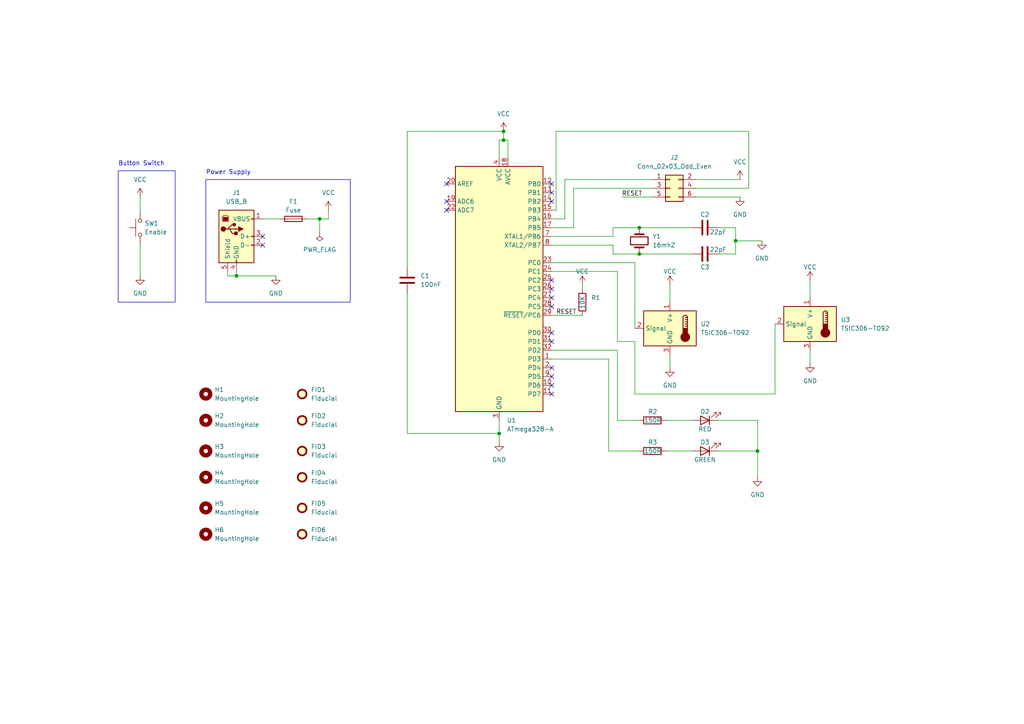
<source format=kicad_sch>
(kicad_sch (version 20230121) (generator eeschema)

  (uuid 8f1bd867-7ddb-4370-87a8-7e96bad0ffe0)

  (paper "A4")

  (lib_symbols
    (symbol "Connector:USB_B" (pin_names (offset 1.016)) (in_bom yes) (on_board yes)
      (property "Reference" "J" (at -5.08 11.43 0)
        (effects (font (size 1.27 1.27)) (justify left))
      )
      (property "Value" "USB_B" (at -5.08 8.89 0)
        (effects (font (size 1.27 1.27)) (justify left))
      )
      (property "Footprint" "" (at 3.81 -1.27 0)
        (effects (font (size 1.27 1.27)) hide)
      )
      (property "Datasheet" " ~" (at 3.81 -1.27 0)
        (effects (font (size 1.27 1.27)) hide)
      )
      (property "ki_keywords" "connector USB" (at 0 0 0)
        (effects (font (size 1.27 1.27)) hide)
      )
      (property "ki_description" "USB Type B connector" (at 0 0 0)
        (effects (font (size 1.27 1.27)) hide)
      )
      (property "ki_fp_filters" "USB*" (at 0 0 0)
        (effects (font (size 1.27 1.27)) hide)
      )
      (symbol "USB_B_0_1"
        (rectangle (start -5.08 -7.62) (end 5.08 7.62)
          (stroke (width 0.254) (type default))
          (fill (type background))
        )
        (circle (center -3.81 2.159) (radius 0.635)
          (stroke (width 0.254) (type default))
          (fill (type outline))
        )
        (rectangle (start -3.81 5.588) (end -2.54 4.572)
          (stroke (width 0) (type default))
          (fill (type outline))
        )
        (circle (center -0.635 3.429) (radius 0.381)
          (stroke (width 0.254) (type default))
          (fill (type outline))
        )
        (rectangle (start -0.127 -7.62) (end 0.127 -6.858)
          (stroke (width 0) (type default))
          (fill (type none))
        )
        (polyline
          (pts
            (xy -1.905 2.159)
            (xy 0.635 2.159)
          )
          (stroke (width 0.254) (type default))
          (fill (type none))
        )
        (polyline
          (pts
            (xy -3.175 2.159)
            (xy -2.54 2.159)
            (xy -1.27 3.429)
            (xy -0.635 3.429)
          )
          (stroke (width 0.254) (type default))
          (fill (type none))
        )
        (polyline
          (pts
            (xy -2.54 2.159)
            (xy -1.905 2.159)
            (xy -1.27 0.889)
            (xy 0 0.889)
          )
          (stroke (width 0.254) (type default))
          (fill (type none))
        )
        (polyline
          (pts
            (xy 0.635 2.794)
            (xy 0.635 1.524)
            (xy 1.905 2.159)
            (xy 0.635 2.794)
          )
          (stroke (width 0.254) (type default))
          (fill (type outline))
        )
        (polyline
          (pts
            (xy -4.064 4.318)
            (xy -2.286 4.318)
            (xy -2.286 5.715)
            (xy -2.667 6.096)
            (xy -3.683 6.096)
            (xy -4.064 5.715)
            (xy -4.064 4.318)
          )
          (stroke (width 0) (type default))
          (fill (type none))
        )
        (rectangle (start 0.254 1.27) (end -0.508 0.508)
          (stroke (width 0.254) (type default))
          (fill (type outline))
        )
        (rectangle (start 5.08 -2.667) (end 4.318 -2.413)
          (stroke (width 0) (type default))
          (fill (type none))
        )
        (rectangle (start 5.08 -0.127) (end 4.318 0.127)
          (stroke (width 0) (type default))
          (fill (type none))
        )
        (rectangle (start 5.08 4.953) (end 4.318 5.207)
          (stroke (width 0) (type default))
          (fill (type none))
        )
      )
      (symbol "USB_B_1_1"
        (pin power_out line (at 7.62 5.08 180) (length 2.54)
          (name "VBUS" (effects (font (size 1.27 1.27))))
          (number "1" (effects (font (size 1.27 1.27))))
        )
        (pin bidirectional line (at 7.62 -2.54 180) (length 2.54)
          (name "D-" (effects (font (size 1.27 1.27))))
          (number "2" (effects (font (size 1.27 1.27))))
        )
        (pin bidirectional line (at 7.62 0 180) (length 2.54)
          (name "D+" (effects (font (size 1.27 1.27))))
          (number "3" (effects (font (size 1.27 1.27))))
        )
        (pin power_out line (at 0 -10.16 90) (length 2.54)
          (name "GND" (effects (font (size 1.27 1.27))))
          (number "4" (effects (font (size 1.27 1.27))))
        )
        (pin passive line (at -2.54 -10.16 90) (length 2.54)
          (name "Shield" (effects (font (size 1.27 1.27))))
          (number "5" (effects (font (size 1.27 1.27))))
        )
      )
    )
    (symbol "Connector_Generic:Conn_02x03_Odd_Even" (pin_names (offset 1.016) hide) (in_bom yes) (on_board yes)
      (property "Reference" "J" (at 1.27 5.08 0)
        (effects (font (size 1.27 1.27)))
      )
      (property "Value" "Conn_02x03_Odd_Even" (at 1.27 -5.08 0)
        (effects (font (size 1.27 1.27)))
      )
      (property "Footprint" "" (at 0 0 0)
        (effects (font (size 1.27 1.27)) hide)
      )
      (property "Datasheet" "~" (at 0 0 0)
        (effects (font (size 1.27 1.27)) hide)
      )
      (property "ki_keywords" "connector" (at 0 0 0)
        (effects (font (size 1.27 1.27)) hide)
      )
      (property "ki_description" "Generic connector, double row, 02x03, odd/even pin numbering scheme (row 1 odd numbers, row 2 even numbers), script generated (kicad-library-utils/schlib/autogen/connector/)" (at 0 0 0)
        (effects (font (size 1.27 1.27)) hide)
      )
      (property "ki_fp_filters" "Connector*:*_2x??_*" (at 0 0 0)
        (effects (font (size 1.27 1.27)) hide)
      )
      (symbol "Conn_02x03_Odd_Even_1_1"
        (rectangle (start -1.27 -2.413) (end 0 -2.667)
          (stroke (width 0.1524) (type default))
          (fill (type none))
        )
        (rectangle (start -1.27 0.127) (end 0 -0.127)
          (stroke (width 0.1524) (type default))
          (fill (type none))
        )
        (rectangle (start -1.27 2.667) (end 0 2.413)
          (stroke (width 0.1524) (type default))
          (fill (type none))
        )
        (rectangle (start -1.27 3.81) (end 3.81 -3.81)
          (stroke (width 0.254) (type default))
          (fill (type background))
        )
        (rectangle (start 3.81 -2.413) (end 2.54 -2.667)
          (stroke (width 0.1524) (type default))
          (fill (type none))
        )
        (rectangle (start 3.81 0.127) (end 2.54 -0.127)
          (stroke (width 0.1524) (type default))
          (fill (type none))
        )
        (rectangle (start 3.81 2.667) (end 2.54 2.413)
          (stroke (width 0.1524) (type default))
          (fill (type none))
        )
        (pin passive line (at -5.08 2.54 0) (length 3.81)
          (name "Pin_1" (effects (font (size 1.27 1.27))))
          (number "1" (effects (font (size 1.27 1.27))))
        )
        (pin passive line (at 7.62 2.54 180) (length 3.81)
          (name "Pin_2" (effects (font (size 1.27 1.27))))
          (number "2" (effects (font (size 1.27 1.27))))
        )
        (pin passive line (at -5.08 0 0) (length 3.81)
          (name "Pin_3" (effects (font (size 1.27 1.27))))
          (number "3" (effects (font (size 1.27 1.27))))
        )
        (pin passive line (at 7.62 0 180) (length 3.81)
          (name "Pin_4" (effects (font (size 1.27 1.27))))
          (number "4" (effects (font (size 1.27 1.27))))
        )
        (pin passive line (at -5.08 -2.54 0) (length 3.81)
          (name "Pin_5" (effects (font (size 1.27 1.27))))
          (number "5" (effects (font (size 1.27 1.27))))
        )
        (pin passive line (at 7.62 -2.54 180) (length 3.81)
          (name "Pin_6" (effects (font (size 1.27 1.27))))
          (number "6" (effects (font (size 1.27 1.27))))
        )
      )
    )
    (symbol "Device:C" (pin_numbers hide) (pin_names (offset 0.254)) (in_bom yes) (on_board yes)
      (property "Reference" "C" (at 0.635 2.54 0)
        (effects (font (size 1.27 1.27)) (justify left))
      )
      (property "Value" "C" (at 0.635 -2.54 0)
        (effects (font (size 1.27 1.27)) (justify left))
      )
      (property "Footprint" "" (at 0.9652 -3.81 0)
        (effects (font (size 1.27 1.27)) hide)
      )
      (property "Datasheet" "~" (at 0 0 0)
        (effects (font (size 1.27 1.27)) hide)
      )
      (property "ki_keywords" "cap capacitor" (at 0 0 0)
        (effects (font (size 1.27 1.27)) hide)
      )
      (property "ki_description" "Unpolarized capacitor" (at 0 0 0)
        (effects (font (size 1.27 1.27)) hide)
      )
      (property "ki_fp_filters" "C_*" (at 0 0 0)
        (effects (font (size 1.27 1.27)) hide)
      )
      (symbol "C_0_1"
        (polyline
          (pts
            (xy -2.032 -0.762)
            (xy 2.032 -0.762)
          )
          (stroke (width 0.508) (type default))
          (fill (type none))
        )
        (polyline
          (pts
            (xy -2.032 0.762)
            (xy 2.032 0.762)
          )
          (stroke (width 0.508) (type default))
          (fill (type none))
        )
      )
      (symbol "C_1_1"
        (pin passive line (at 0 3.81 270) (length 2.794)
          (name "~" (effects (font (size 1.27 1.27))))
          (number "1" (effects (font (size 1.27 1.27))))
        )
        (pin passive line (at 0 -3.81 90) (length 2.794)
          (name "~" (effects (font (size 1.27 1.27))))
          (number "2" (effects (font (size 1.27 1.27))))
        )
      )
    )
    (symbol "Device:Crystal" (pin_numbers hide) (pin_names (offset 1.016) hide) (in_bom yes) (on_board yes)
      (property "Reference" "Y" (at 0 3.81 0)
        (effects (font (size 1.27 1.27)))
      )
      (property "Value" "Crystal" (at 0 -3.81 0)
        (effects (font (size 1.27 1.27)))
      )
      (property "Footprint" "" (at 0 0 0)
        (effects (font (size 1.27 1.27)) hide)
      )
      (property "Datasheet" "~" (at 0 0 0)
        (effects (font (size 1.27 1.27)) hide)
      )
      (property "ki_keywords" "quartz ceramic resonator oscillator" (at 0 0 0)
        (effects (font (size 1.27 1.27)) hide)
      )
      (property "ki_description" "Two pin crystal" (at 0 0 0)
        (effects (font (size 1.27 1.27)) hide)
      )
      (property "ki_fp_filters" "Crystal*" (at 0 0 0)
        (effects (font (size 1.27 1.27)) hide)
      )
      (symbol "Crystal_0_1"
        (rectangle (start -1.143 2.54) (end 1.143 -2.54)
          (stroke (width 0.3048) (type default))
          (fill (type none))
        )
        (polyline
          (pts
            (xy -2.54 0)
            (xy -1.905 0)
          )
          (stroke (width 0) (type default))
          (fill (type none))
        )
        (polyline
          (pts
            (xy -1.905 -1.27)
            (xy -1.905 1.27)
          )
          (stroke (width 0.508) (type default))
          (fill (type none))
        )
        (polyline
          (pts
            (xy 1.905 -1.27)
            (xy 1.905 1.27)
          )
          (stroke (width 0.508) (type default))
          (fill (type none))
        )
        (polyline
          (pts
            (xy 2.54 0)
            (xy 1.905 0)
          )
          (stroke (width 0) (type default))
          (fill (type none))
        )
      )
      (symbol "Crystal_1_1"
        (pin passive line (at -3.81 0 0) (length 1.27)
          (name "1" (effects (font (size 1.27 1.27))))
          (number "1" (effects (font (size 1.27 1.27))))
        )
        (pin passive line (at 3.81 0 180) (length 1.27)
          (name "2" (effects (font (size 1.27 1.27))))
          (number "2" (effects (font (size 1.27 1.27))))
        )
      )
    )
    (symbol "Device:Fuse" (pin_numbers hide) (pin_names (offset 0)) (in_bom yes) (on_board yes)
      (property "Reference" "F" (at 2.032 0 90)
        (effects (font (size 1.27 1.27)))
      )
      (property "Value" "Fuse" (at -1.905 0 90)
        (effects (font (size 1.27 1.27)))
      )
      (property "Footprint" "" (at -1.778 0 90)
        (effects (font (size 1.27 1.27)) hide)
      )
      (property "Datasheet" "~" (at 0 0 0)
        (effects (font (size 1.27 1.27)) hide)
      )
      (property "ki_keywords" "fuse" (at 0 0 0)
        (effects (font (size 1.27 1.27)) hide)
      )
      (property "ki_description" "Fuse" (at 0 0 0)
        (effects (font (size 1.27 1.27)) hide)
      )
      (property "ki_fp_filters" "*Fuse*" (at 0 0 0)
        (effects (font (size 1.27 1.27)) hide)
      )
      (symbol "Fuse_0_1"
        (rectangle (start -0.762 -2.54) (end 0.762 2.54)
          (stroke (width 0.254) (type default))
          (fill (type none))
        )
        (polyline
          (pts
            (xy 0 2.54)
            (xy 0 -2.54)
          )
          (stroke (width 0) (type default))
          (fill (type none))
        )
      )
      (symbol "Fuse_1_1"
        (pin passive line (at 0 3.81 270) (length 1.27)
          (name "~" (effects (font (size 1.27 1.27))))
          (number "1" (effects (font (size 1.27 1.27))))
        )
        (pin passive line (at 0 -3.81 90) (length 1.27)
          (name "~" (effects (font (size 1.27 1.27))))
          (number "2" (effects (font (size 1.27 1.27))))
        )
      )
    )
    (symbol "Device:LED" (pin_numbers hide) (pin_names (offset 1.016) hide) (in_bom yes) (on_board yes)
      (property "Reference" "D" (at 0 2.54 0)
        (effects (font (size 1.27 1.27)))
      )
      (property "Value" "LED" (at 0 -2.54 0)
        (effects (font (size 1.27 1.27)))
      )
      (property "Footprint" "" (at 0 0 0)
        (effects (font (size 1.27 1.27)) hide)
      )
      (property "Datasheet" "~" (at 0 0 0)
        (effects (font (size 1.27 1.27)) hide)
      )
      (property "ki_keywords" "LED diode" (at 0 0 0)
        (effects (font (size 1.27 1.27)) hide)
      )
      (property "ki_description" "Light emitting diode" (at 0 0 0)
        (effects (font (size 1.27 1.27)) hide)
      )
      (property "ki_fp_filters" "LED* LED_SMD:* LED_THT:*" (at 0 0 0)
        (effects (font (size 1.27 1.27)) hide)
      )
      (symbol "LED_0_1"
        (polyline
          (pts
            (xy -1.27 -1.27)
            (xy -1.27 1.27)
          )
          (stroke (width 0.254) (type default))
          (fill (type none))
        )
        (polyline
          (pts
            (xy -1.27 0)
            (xy 1.27 0)
          )
          (stroke (width 0) (type default))
          (fill (type none))
        )
        (polyline
          (pts
            (xy 1.27 -1.27)
            (xy 1.27 1.27)
            (xy -1.27 0)
            (xy 1.27 -1.27)
          )
          (stroke (width 0.254) (type default))
          (fill (type none))
        )
        (polyline
          (pts
            (xy -3.048 -0.762)
            (xy -4.572 -2.286)
            (xy -3.81 -2.286)
            (xy -4.572 -2.286)
            (xy -4.572 -1.524)
          )
          (stroke (width 0) (type default))
          (fill (type none))
        )
        (polyline
          (pts
            (xy -1.778 -0.762)
            (xy -3.302 -2.286)
            (xy -2.54 -2.286)
            (xy -3.302 -2.286)
            (xy -3.302 -1.524)
          )
          (stroke (width 0) (type default))
          (fill (type none))
        )
      )
      (symbol "LED_1_1"
        (pin passive line (at -3.81 0 0) (length 2.54)
          (name "K" (effects (font (size 1.27 1.27))))
          (number "1" (effects (font (size 1.27 1.27))))
        )
        (pin passive line (at 3.81 0 180) (length 2.54)
          (name "A" (effects (font (size 1.27 1.27))))
          (number "2" (effects (font (size 1.27 1.27))))
        )
      )
    )
    (symbol "Device:R" (pin_numbers hide) (pin_names (offset 0)) (in_bom yes) (on_board yes)
      (property "Reference" "R" (at 2.032 0 90)
        (effects (font (size 1.27 1.27)))
      )
      (property "Value" "R" (at 0 0 90)
        (effects (font (size 1.27 1.27)))
      )
      (property "Footprint" "" (at -1.778 0 90)
        (effects (font (size 1.27 1.27)) hide)
      )
      (property "Datasheet" "~" (at 0 0 0)
        (effects (font (size 1.27 1.27)) hide)
      )
      (property "ki_keywords" "R res resistor" (at 0 0 0)
        (effects (font (size 1.27 1.27)) hide)
      )
      (property "ki_description" "Resistor" (at 0 0 0)
        (effects (font (size 1.27 1.27)) hide)
      )
      (property "ki_fp_filters" "R_*" (at 0 0 0)
        (effects (font (size 1.27 1.27)) hide)
      )
      (symbol "R_0_1"
        (rectangle (start -1.016 -2.54) (end 1.016 2.54)
          (stroke (width 0.254) (type default))
          (fill (type none))
        )
      )
      (symbol "R_1_1"
        (pin passive line (at 0 3.81 270) (length 1.27)
          (name "~" (effects (font (size 1.27 1.27))))
          (number "1" (effects (font (size 1.27 1.27))))
        )
        (pin passive line (at 0 -3.81 90) (length 1.27)
          (name "~" (effects (font (size 1.27 1.27))))
          (number "2" (effects (font (size 1.27 1.27))))
        )
      )
    )
    (symbol "MCU_Microchip_ATmega:ATmega328-A" (in_bom yes) (on_board yes)
      (property "Reference" "U" (at -12.7 36.83 0)
        (effects (font (size 1.27 1.27)) (justify left bottom))
      )
      (property "Value" "ATmega328-A" (at 2.54 -36.83 0)
        (effects (font (size 1.27 1.27)) (justify left top))
      )
      (property "Footprint" "Package_QFP:TQFP-32_7x7mm_P0.8mm" (at 0 0 0)
        (effects (font (size 1.27 1.27) italic) hide)
      )
      (property "Datasheet" "http://ww1.microchip.com/downloads/en/DeviceDoc/ATmega328_P%20AVR%20MCU%20with%20picoPower%20Technology%20Data%20Sheet%2040001984A.pdf" (at 0 0 0)
        (effects (font (size 1.27 1.27)) hide)
      )
      (property "ki_keywords" "AVR 8bit Microcontroller MegaAVR" (at 0 0 0)
        (effects (font (size 1.27 1.27)) hide)
      )
      (property "ki_description" "20MHz, 32kB Flash, 2kB SRAM, 1kB EEPROM, TQFP-32" (at 0 0 0)
        (effects (font (size 1.27 1.27)) hide)
      )
      (property "ki_fp_filters" "TQFP*7x7mm*P0.8mm*" (at 0 0 0)
        (effects (font (size 1.27 1.27)) hide)
      )
      (symbol "ATmega328-A_0_1"
        (rectangle (start -12.7 -35.56) (end 12.7 35.56)
          (stroke (width 0.254) (type default))
          (fill (type background))
        )
      )
      (symbol "ATmega328-A_1_1"
        (pin bidirectional line (at 15.24 -20.32 180) (length 2.54)
          (name "PD3" (effects (font (size 1.27 1.27))))
          (number "1" (effects (font (size 1.27 1.27))))
        )
        (pin bidirectional line (at 15.24 -27.94 180) (length 2.54)
          (name "PD6" (effects (font (size 1.27 1.27))))
          (number "10" (effects (font (size 1.27 1.27))))
        )
        (pin bidirectional line (at 15.24 -30.48 180) (length 2.54)
          (name "PD7" (effects (font (size 1.27 1.27))))
          (number "11" (effects (font (size 1.27 1.27))))
        )
        (pin bidirectional line (at 15.24 30.48 180) (length 2.54)
          (name "PB0" (effects (font (size 1.27 1.27))))
          (number "12" (effects (font (size 1.27 1.27))))
        )
        (pin bidirectional line (at 15.24 27.94 180) (length 2.54)
          (name "PB1" (effects (font (size 1.27 1.27))))
          (number "13" (effects (font (size 1.27 1.27))))
        )
        (pin bidirectional line (at 15.24 25.4 180) (length 2.54)
          (name "PB2" (effects (font (size 1.27 1.27))))
          (number "14" (effects (font (size 1.27 1.27))))
        )
        (pin bidirectional line (at 15.24 22.86 180) (length 2.54)
          (name "PB3" (effects (font (size 1.27 1.27))))
          (number "15" (effects (font (size 1.27 1.27))))
        )
        (pin bidirectional line (at 15.24 20.32 180) (length 2.54)
          (name "PB4" (effects (font (size 1.27 1.27))))
          (number "16" (effects (font (size 1.27 1.27))))
        )
        (pin bidirectional line (at 15.24 17.78 180) (length 2.54)
          (name "PB5" (effects (font (size 1.27 1.27))))
          (number "17" (effects (font (size 1.27 1.27))))
        )
        (pin power_in line (at 2.54 38.1 270) (length 2.54)
          (name "AVCC" (effects (font (size 1.27 1.27))))
          (number "18" (effects (font (size 1.27 1.27))))
        )
        (pin input line (at -15.24 25.4 0) (length 2.54)
          (name "ADC6" (effects (font (size 1.27 1.27))))
          (number "19" (effects (font (size 1.27 1.27))))
        )
        (pin bidirectional line (at 15.24 -22.86 180) (length 2.54)
          (name "PD4" (effects (font (size 1.27 1.27))))
          (number "2" (effects (font (size 1.27 1.27))))
        )
        (pin passive line (at -15.24 30.48 0) (length 2.54)
          (name "AREF" (effects (font (size 1.27 1.27))))
          (number "20" (effects (font (size 1.27 1.27))))
        )
        (pin passive line (at 0 -38.1 90) (length 2.54) hide
          (name "GND" (effects (font (size 1.27 1.27))))
          (number "21" (effects (font (size 1.27 1.27))))
        )
        (pin input line (at -15.24 22.86 0) (length 2.54)
          (name "ADC7" (effects (font (size 1.27 1.27))))
          (number "22" (effects (font (size 1.27 1.27))))
        )
        (pin bidirectional line (at 15.24 7.62 180) (length 2.54)
          (name "PC0" (effects (font (size 1.27 1.27))))
          (number "23" (effects (font (size 1.27 1.27))))
        )
        (pin bidirectional line (at 15.24 5.08 180) (length 2.54)
          (name "PC1" (effects (font (size 1.27 1.27))))
          (number "24" (effects (font (size 1.27 1.27))))
        )
        (pin bidirectional line (at 15.24 2.54 180) (length 2.54)
          (name "PC2" (effects (font (size 1.27 1.27))))
          (number "25" (effects (font (size 1.27 1.27))))
        )
        (pin bidirectional line (at 15.24 0 180) (length 2.54)
          (name "PC3" (effects (font (size 1.27 1.27))))
          (number "26" (effects (font (size 1.27 1.27))))
        )
        (pin bidirectional line (at 15.24 -2.54 180) (length 2.54)
          (name "PC4" (effects (font (size 1.27 1.27))))
          (number "27" (effects (font (size 1.27 1.27))))
        )
        (pin bidirectional line (at 15.24 -5.08 180) (length 2.54)
          (name "PC5" (effects (font (size 1.27 1.27))))
          (number "28" (effects (font (size 1.27 1.27))))
        )
        (pin bidirectional line (at 15.24 -7.62 180) (length 2.54)
          (name "~{RESET}/PC6" (effects (font (size 1.27 1.27))))
          (number "29" (effects (font (size 1.27 1.27))))
        )
        (pin power_in line (at 0 -38.1 90) (length 2.54)
          (name "GND" (effects (font (size 1.27 1.27))))
          (number "3" (effects (font (size 1.27 1.27))))
        )
        (pin bidirectional line (at 15.24 -12.7 180) (length 2.54)
          (name "PD0" (effects (font (size 1.27 1.27))))
          (number "30" (effects (font (size 1.27 1.27))))
        )
        (pin bidirectional line (at 15.24 -15.24 180) (length 2.54)
          (name "PD1" (effects (font (size 1.27 1.27))))
          (number "31" (effects (font (size 1.27 1.27))))
        )
        (pin bidirectional line (at 15.24 -17.78 180) (length 2.54)
          (name "PD2" (effects (font (size 1.27 1.27))))
          (number "32" (effects (font (size 1.27 1.27))))
        )
        (pin power_in line (at 0 38.1 270) (length 2.54)
          (name "VCC" (effects (font (size 1.27 1.27))))
          (number "4" (effects (font (size 1.27 1.27))))
        )
        (pin passive line (at 0 -38.1 90) (length 2.54) hide
          (name "GND" (effects (font (size 1.27 1.27))))
          (number "5" (effects (font (size 1.27 1.27))))
        )
        (pin passive line (at 0 38.1 270) (length 2.54) hide
          (name "VCC" (effects (font (size 1.27 1.27))))
          (number "6" (effects (font (size 1.27 1.27))))
        )
        (pin bidirectional line (at 15.24 15.24 180) (length 2.54)
          (name "XTAL1/PB6" (effects (font (size 1.27 1.27))))
          (number "7" (effects (font (size 1.27 1.27))))
        )
        (pin bidirectional line (at 15.24 12.7 180) (length 2.54)
          (name "XTAL2/PB7" (effects (font (size 1.27 1.27))))
          (number "8" (effects (font (size 1.27 1.27))))
        )
        (pin bidirectional line (at 15.24 -25.4 180) (length 2.54)
          (name "PD5" (effects (font (size 1.27 1.27))))
          (number "9" (effects (font (size 1.27 1.27))))
        )
      )
    )
    (symbol "Mechanical:Fiducial" (in_bom yes) (on_board yes)
      (property "Reference" "FID" (at 0 5.08 0)
        (effects (font (size 1.27 1.27)))
      )
      (property "Value" "Fiducial" (at 0 3.175 0)
        (effects (font (size 1.27 1.27)))
      )
      (property "Footprint" "" (at 0 0 0)
        (effects (font (size 1.27 1.27)) hide)
      )
      (property "Datasheet" "~" (at 0 0 0)
        (effects (font (size 1.27 1.27)) hide)
      )
      (property "ki_keywords" "fiducial marker" (at 0 0 0)
        (effects (font (size 1.27 1.27)) hide)
      )
      (property "ki_description" "Fiducial Marker" (at 0 0 0)
        (effects (font (size 1.27 1.27)) hide)
      )
      (property "ki_fp_filters" "Fiducial*" (at 0 0 0)
        (effects (font (size 1.27 1.27)) hide)
      )
      (symbol "Fiducial_0_1"
        (circle (center 0 0) (radius 1.27)
          (stroke (width 0.508) (type default))
          (fill (type background))
        )
      )
    )
    (symbol "Mechanical:MountingHole" (pin_names (offset 1.016)) (in_bom yes) (on_board yes)
      (property "Reference" "H" (at 0 5.08 0)
        (effects (font (size 1.27 1.27)))
      )
      (property "Value" "MountingHole" (at 0 3.175 0)
        (effects (font (size 1.27 1.27)))
      )
      (property "Footprint" "" (at 0 0 0)
        (effects (font (size 1.27 1.27)) hide)
      )
      (property "Datasheet" "~" (at 0 0 0)
        (effects (font (size 1.27 1.27)) hide)
      )
      (property "ki_keywords" "mounting hole" (at 0 0 0)
        (effects (font (size 1.27 1.27)) hide)
      )
      (property "ki_description" "Mounting Hole without connection" (at 0 0 0)
        (effects (font (size 1.27 1.27)) hide)
      )
      (property "ki_fp_filters" "MountingHole*" (at 0 0 0)
        (effects (font (size 1.27 1.27)) hide)
      )
      (symbol "MountingHole_0_1"
        (circle (center 0 0) (radius 1.27)
          (stroke (width 1.27) (type default))
          (fill (type none))
        )
      )
    )
    (symbol "Sensor_Temperature:TSIC306-TO92" (in_bom yes) (on_board yes)
      (property "Reference" "U" (at -6.35 6.35 0)
        (effects (font (size 1.27 1.27)))
      )
      (property "Value" "TSIC306-TO92" (at 1.27 6.35 0)
        (effects (font (size 1.27 1.27)) (justify left))
      )
      (property "Footprint" "Package_TO_SOT_THT:TO-92_Inline" (at -8.89 3.81 0)
        (effects (font (size 1.27 1.27)) (justify left) hide)
      )
      (property "Datasheet" "https://shop.bb-sensors.com/out/media/Datasheet_Digital_Semiconductor_temperatur_sensor_TSIC.pdf" (at 0 0 0)
        (effects (font (size 1.27 1.27)) hide)
      )
      (property "ki_keywords" "temperature digital" (at 0 0 0)
        (effects (font (size 1.27 1.27)) hide)
      )
      (property "ki_description" "Digital temperature sensor, range -50 ... +150 °C, 0.3 K accuracy, TO-92" (at 0 0 0)
        (effects (font (size 1.27 1.27)) hide)
      )
      (property "ki_fp_filters" "TO?92*" (at 0 0 0)
        (effects (font (size 1.27 1.27)) hide)
      )
      (symbol "TSIC306-TO92_0_1"
        (rectangle (start -7.62 5.08) (end 7.62 -5.08)
          (stroke (width 0.254) (type default))
          (fill (type background))
        )
        (circle (center -4.445 -2.54) (radius 1.27)
          (stroke (width 0.254) (type default))
          (fill (type outline))
        )
        (rectangle (start -3.81 -1.905) (end -5.08 0)
          (stroke (width 0.254) (type default))
          (fill (type outline))
        )
        (arc (start -3.81 3.175) (mid -4.445 3.8073) (end -5.08 3.175)
          (stroke (width 0.254) (type default))
          (fill (type none))
        )
        (polyline
          (pts
            (xy -5.08 0.635)
            (xy -4.445 0.635)
          )
          (stroke (width 0.254) (type default))
          (fill (type none))
        )
        (polyline
          (pts
            (xy -5.08 1.27)
            (xy -4.445 1.27)
          )
          (stroke (width 0.254) (type default))
          (fill (type none))
        )
        (polyline
          (pts
            (xy -5.08 1.905)
            (xy -4.445 1.905)
          )
          (stroke (width 0.254) (type default))
          (fill (type none))
        )
        (polyline
          (pts
            (xy -5.08 2.54)
            (xy -4.445 2.54)
          )
          (stroke (width 0.254) (type default))
          (fill (type none))
        )
        (polyline
          (pts
            (xy -5.08 3.175)
            (xy -5.08 0)
          )
          (stroke (width 0.254) (type default))
          (fill (type none))
        )
        (polyline
          (pts
            (xy -5.08 3.175)
            (xy -4.445 3.175)
          )
          (stroke (width 0.254) (type default))
          (fill (type none))
        )
        (polyline
          (pts
            (xy -3.81 3.175)
            (xy -3.81 0)
          )
          (stroke (width 0.254) (type default))
          (fill (type none))
        )
      )
      (symbol "TSIC306-TO92_1_1"
        (pin power_in line (at 0 7.62 270) (length 2.54)
          (name "V+" (effects (font (size 1.27 1.27))))
          (number "1" (effects (font (size 1.27 1.27))))
        )
        (pin output line (at 10.16 0 180) (length 2.54)
          (name "Signal" (effects (font (size 1.27 1.27))))
          (number "2" (effects (font (size 1.27 1.27))))
        )
        (pin power_in line (at 0 -7.62 90) (length 2.54)
          (name "GND" (effects (font (size 1.27 1.27))))
          (number "3" (effects (font (size 1.27 1.27))))
        )
      )
    )
    (symbol "Switch:SW_Push" (pin_numbers hide) (pin_names (offset 1.016) hide) (in_bom yes) (on_board yes)
      (property "Reference" "SW" (at 1.27 2.54 0)
        (effects (font (size 1.27 1.27)) (justify left))
      )
      (property "Value" "SW_Push" (at 0 -1.524 0)
        (effects (font (size 1.27 1.27)))
      )
      (property "Footprint" "" (at 0 5.08 0)
        (effects (font (size 1.27 1.27)) hide)
      )
      (property "Datasheet" "~" (at 0 5.08 0)
        (effects (font (size 1.27 1.27)) hide)
      )
      (property "ki_keywords" "switch normally-open pushbutton push-button" (at 0 0 0)
        (effects (font (size 1.27 1.27)) hide)
      )
      (property "ki_description" "Push button switch, generic, two pins" (at 0 0 0)
        (effects (font (size 1.27 1.27)) hide)
      )
      (symbol "SW_Push_0_1"
        (circle (center -2.032 0) (radius 0.508)
          (stroke (width 0) (type default))
          (fill (type none))
        )
        (polyline
          (pts
            (xy 0 1.27)
            (xy 0 3.048)
          )
          (stroke (width 0) (type default))
          (fill (type none))
        )
        (polyline
          (pts
            (xy 2.54 1.27)
            (xy -2.54 1.27)
          )
          (stroke (width 0) (type default))
          (fill (type none))
        )
        (circle (center 2.032 0) (radius 0.508)
          (stroke (width 0) (type default))
          (fill (type none))
        )
        (pin passive line (at -5.08 0 0) (length 2.54)
          (name "1" (effects (font (size 1.27 1.27))))
          (number "1" (effects (font (size 1.27 1.27))))
        )
        (pin passive line (at 5.08 0 180) (length 2.54)
          (name "2" (effects (font (size 1.27 1.27))))
          (number "2" (effects (font (size 1.27 1.27))))
        )
      )
    )
    (symbol "power:GND" (power) (pin_names (offset 0)) (in_bom yes) (on_board yes)
      (property "Reference" "#PWR" (at 0 -6.35 0)
        (effects (font (size 1.27 1.27)) hide)
      )
      (property "Value" "GND" (at 0 -3.81 0)
        (effects (font (size 1.27 1.27)))
      )
      (property "Footprint" "" (at 0 0 0)
        (effects (font (size 1.27 1.27)) hide)
      )
      (property "Datasheet" "" (at 0 0 0)
        (effects (font (size 1.27 1.27)) hide)
      )
      (property "ki_keywords" "global power" (at 0 0 0)
        (effects (font (size 1.27 1.27)) hide)
      )
      (property "ki_description" "Power symbol creates a global label with name \"GND\" , ground" (at 0 0 0)
        (effects (font (size 1.27 1.27)) hide)
      )
      (symbol "GND_0_1"
        (polyline
          (pts
            (xy 0 0)
            (xy 0 -1.27)
            (xy 1.27 -1.27)
            (xy 0 -2.54)
            (xy -1.27 -1.27)
            (xy 0 -1.27)
          )
          (stroke (width 0) (type default))
          (fill (type none))
        )
      )
      (symbol "GND_1_1"
        (pin power_in line (at 0 0 270) (length 0) hide
          (name "GND" (effects (font (size 1.27 1.27))))
          (number "1" (effects (font (size 1.27 1.27))))
        )
      )
    )
    (symbol "power:PWR_FLAG" (power) (pin_numbers hide) (pin_names (offset 0) hide) (in_bom yes) (on_board yes)
      (property "Reference" "#FLG" (at 0 1.905 0)
        (effects (font (size 1.27 1.27)) hide)
      )
      (property "Value" "PWR_FLAG" (at 0 3.81 0)
        (effects (font (size 1.27 1.27)))
      )
      (property "Footprint" "" (at 0 0 0)
        (effects (font (size 1.27 1.27)) hide)
      )
      (property "Datasheet" "~" (at 0 0 0)
        (effects (font (size 1.27 1.27)) hide)
      )
      (property "ki_keywords" "flag power" (at 0 0 0)
        (effects (font (size 1.27 1.27)) hide)
      )
      (property "ki_description" "Special symbol for telling ERC where power comes from" (at 0 0 0)
        (effects (font (size 1.27 1.27)) hide)
      )
      (symbol "PWR_FLAG_0_0"
        (pin power_out line (at 0 0 90) (length 0)
          (name "pwr" (effects (font (size 1.27 1.27))))
          (number "1" (effects (font (size 1.27 1.27))))
        )
      )
      (symbol "PWR_FLAG_0_1"
        (polyline
          (pts
            (xy 0 0)
            (xy 0 1.27)
            (xy -1.016 1.905)
            (xy 0 2.54)
            (xy 1.016 1.905)
            (xy 0 1.27)
          )
          (stroke (width 0) (type default))
          (fill (type none))
        )
      )
    )
    (symbol "power:VCC" (power) (pin_names (offset 0)) (in_bom yes) (on_board yes)
      (property "Reference" "#PWR" (at 0 -3.81 0)
        (effects (font (size 1.27 1.27)) hide)
      )
      (property "Value" "VCC" (at 0 3.81 0)
        (effects (font (size 1.27 1.27)))
      )
      (property "Footprint" "" (at 0 0 0)
        (effects (font (size 1.27 1.27)) hide)
      )
      (property "Datasheet" "" (at 0 0 0)
        (effects (font (size 1.27 1.27)) hide)
      )
      (property "ki_keywords" "global power" (at 0 0 0)
        (effects (font (size 1.27 1.27)) hide)
      )
      (property "ki_description" "Power symbol creates a global label with name \"VCC\"" (at 0 0 0)
        (effects (font (size 1.27 1.27)) hide)
      )
      (symbol "VCC_0_1"
        (polyline
          (pts
            (xy -0.762 1.27)
            (xy 0 2.54)
          )
          (stroke (width 0) (type default))
          (fill (type none))
        )
        (polyline
          (pts
            (xy 0 0)
            (xy 0 2.54)
          )
          (stroke (width 0) (type default))
          (fill (type none))
        )
        (polyline
          (pts
            (xy 0 2.54)
            (xy 0.762 1.27)
          )
          (stroke (width 0) (type default))
          (fill (type none))
        )
      )
      (symbol "VCC_1_1"
        (pin power_in line (at 0 0 90) (length 0) hide
          (name "VCC" (effects (font (size 1.27 1.27))))
          (number "1" (effects (font (size 1.27 1.27))))
        )
      )
    )
  )

  (junction (at 185.42 73.66) (diameter 0) (color 0 0 0 0)
    (uuid 24bff2be-7a30-4fbf-ba42-277944862f57)
  )
  (junction (at 213.36 69.85) (diameter 0) (color 0 0 0 0)
    (uuid 2dea2997-8cac-4771-910f-42984ba0bc3e)
  )
  (junction (at 144.78 125.73) (diameter 0) (color 0 0 0 0)
    (uuid 678367e5-e1e8-4f4f-a5c8-7314c47824b4)
  )
  (junction (at 219.71 130.81) (diameter 0) (color 0 0 0 0)
    (uuid 7138285d-5325-45ea-a44b-13fa3b5aa8e0)
  )
  (junction (at 146.05 38.1) (diameter 0) (color 0 0 0 0)
    (uuid 75334c9d-3a96-4f98-9253-1c39aa129d72)
  )
  (junction (at 92.71 63.5) (diameter 0) (color 0 0 0 0)
    (uuid 92d8b57c-9b3a-4118-8a8d-d8fcefe595f5)
  )
  (junction (at 68.58 80.01) (diameter 0) (color 0 0 0 0)
    (uuid 9391da8b-1c63-4ea9-84bd-9445c4ae9cf4)
  )
  (junction (at 185.42 66.04) (diameter 0) (color 0 0 0 0)
    (uuid cf94248b-1718-4f80-baa2-78b324955534)
  )
  (junction (at 146.05 40.64) (diameter 0) (color 0 0 0 0)
    (uuid f1b832aa-fa94-4e43-9c76-9d5fe858f16e)
  )

  (no_connect (at 160.02 106.68) (uuid 0189c192-62e1-4165-8f21-9273a6ecadbb))
  (no_connect (at 160.02 114.3) (uuid 13ac42f7-151d-4292-bb84-89249dcd41f8))
  (no_connect (at 160.02 96.52) (uuid 2144ac0f-15e5-4e6b-9387-6e40b7472a52))
  (no_connect (at 160.02 58.42) (uuid 22da9be7-4b8c-4afd-915c-38e68fdc21d4))
  (no_connect (at 160.02 109.22) (uuid 2fac20b6-0281-4590-a254-742f515407d0))
  (no_connect (at 160.02 83.82) (uuid 30e7fb56-1d53-4fe5-b379-6ca08352b918))
  (no_connect (at 160.02 55.88) (uuid 6009b37b-c02a-4a12-8e98-cb15c0f1df00))
  (no_connect (at 129.54 60.96) (uuid 684bbc38-63f0-46ff-9774-21cf8a032353))
  (no_connect (at 129.54 58.42) (uuid 6f29cc31-2f0e-4156-9d3c-223ee27cfa22))
  (no_connect (at 160.02 53.34) (uuid 72291dc3-d672-4163-a78e-f877386f0be9))
  (no_connect (at 160.02 111.76) (uuid 916d2245-5717-4f51-8d69-0c9a9b0ed826))
  (no_connect (at 76.2 68.58) (uuid 9557fac6-ae92-4c4a-b6a2-816a2d28e91d))
  (no_connect (at 160.02 88.9) (uuid 9e0ad1b7-d680-4289-bb28-3bf63a26b96a))
  (no_connect (at 129.54 53.34) (uuid a1b5211b-ef54-4315-9150-935d6983725c))
  (no_connect (at 76.2 71.12) (uuid c3a04471-0bd3-4de1-a62e-be69105d964e))
  (no_connect (at 160.02 81.28) (uuid d32b794c-c4ec-4aec-9d82-4f1887637ef1))
  (no_connect (at 160.02 86.36) (uuid d52fbb00-e3cd-4f2c-8b69-a9f8deaa2dbd))
  (no_connect (at 160.02 99.06) (uuid e30b5a7a-7209-48db-ba77-d96f54a00882))

  (wire (pts (xy 160.02 71.12) (xy 177.8 71.12))
    (stroke (width 0) (type default))
    (uuid 00e7f4be-0d74-4dad-ad8c-fe3e45eaa2da)
  )
  (wire (pts (xy 163.83 63.5) (xy 163.83 52.07))
    (stroke (width 0) (type default))
    (uuid 05c85718-133a-4462-941a-d62b8552efea)
  )
  (wire (pts (xy 160.02 101.6) (xy 179.07 101.6))
    (stroke (width 0) (type default))
    (uuid 06169052-9bd2-4317-b4ec-d4fec05d7990)
  )
  (wire (pts (xy 177.8 73.66) (xy 185.42 73.66))
    (stroke (width 0) (type default))
    (uuid 078c0975-8301-41c2-81d5-fca28db3b11f)
  )
  (wire (pts (xy 144.78 40.64) (xy 144.78 45.72))
    (stroke (width 0) (type default))
    (uuid 0ca2fccc-adfe-4a1e-9039-22a1b2561a6a)
  )
  (wire (pts (xy 184.15 76.2) (xy 184.15 95.25))
    (stroke (width 0) (type default))
    (uuid 0e1a84f8-52aa-457b-b5a9-745f895fc1de)
  )
  (wire (pts (xy 177.8 66.04) (xy 185.42 66.04))
    (stroke (width 0) (type default))
    (uuid 0e6004b6-e203-43a2-b85d-4a15be4eb4df)
  )
  (wire (pts (xy 179.07 101.6) (xy 179.07 121.92))
    (stroke (width 0) (type default))
    (uuid 0e65b500-20a3-4667-8ea1-edeb3a44a06a)
  )
  (wire (pts (xy 88.9 63.5) (xy 92.71 63.5))
    (stroke (width 0) (type default))
    (uuid 13b8b3cb-9f5b-41fc-9d96-97f023b53717)
  )
  (wire (pts (xy 219.71 121.92) (xy 219.71 130.81))
    (stroke (width 0) (type default))
    (uuid 1956a7ce-0dd1-4118-8f7d-a7a074a8cd26)
  )
  (wire (pts (xy 160.02 60.96) (xy 161.29 60.96))
    (stroke (width 0) (type default))
    (uuid 1a92cc6d-3e25-4d00-8855-5c6076dd56c4)
  )
  (wire (pts (xy 68.58 80.01) (xy 80.01 80.01))
    (stroke (width 0) (type default))
    (uuid 1b3f8e9b-f699-4727-b8c3-21494f55c207)
  )
  (wire (pts (xy 146.05 40.64) (xy 144.78 40.64))
    (stroke (width 0) (type default))
    (uuid 20a5c09d-b355-456f-b09b-362b7f6e7df8)
  )
  (wire (pts (xy 185.42 73.66) (xy 200.66 73.66))
    (stroke (width 0) (type default))
    (uuid 22aac6cf-ba55-48be-819f-4fd67f9272cd)
  )
  (wire (pts (xy 160.02 63.5) (xy 163.83 63.5))
    (stroke (width 0) (type default))
    (uuid 25d2a631-239a-492f-b0e7-9f35eaa09319)
  )
  (wire (pts (xy 95.25 60.96) (xy 95.25 63.5))
    (stroke (width 0) (type default))
    (uuid 265440b4-8e8e-40a9-9377-fbdbf1d0556b)
  )
  (wire (pts (xy 168.91 82.55) (xy 168.91 83.82))
    (stroke (width 0) (type default))
    (uuid 2d2f7592-9db5-409f-9fd8-20828b9808c0)
  )
  (wire (pts (xy 66.04 80.01) (xy 68.58 80.01))
    (stroke (width 0) (type default))
    (uuid 3154369e-e932-4939-8369-57cd1334fad3)
  )
  (wire (pts (xy 194.31 102.87) (xy 194.31 106.68))
    (stroke (width 0) (type default))
    (uuid 31b87ad3-3723-4efa-979b-4aa5e9e58bbd)
  )
  (wire (pts (xy 163.83 52.07) (xy 189.23 52.07))
    (stroke (width 0) (type default))
    (uuid 3366151b-7db0-420a-8d0c-598933c12278)
  )
  (wire (pts (xy 160.02 104.14) (xy 176.53 104.14))
    (stroke (width 0) (type default))
    (uuid 369eaf72-341c-4c5b-95c0-cc0ba0952114)
  )
  (wire (pts (xy 201.93 57.15) (xy 214.63 57.15))
    (stroke (width 0) (type default))
    (uuid 39054abc-9665-481c-9256-d20865fff061)
  )
  (wire (pts (xy 144.78 121.92) (xy 144.78 125.73))
    (stroke (width 0) (type default))
    (uuid 39d97391-abdc-4bd0-818e-9f2c96ae4f7a)
  )
  (wire (pts (xy 224.79 114.3) (xy 224.79 93.98))
    (stroke (width 0) (type default))
    (uuid 422f713c-35e7-45ad-81a2-f75da5775fe9)
  )
  (wire (pts (xy 193.04 121.92) (xy 200.66 121.92))
    (stroke (width 0) (type default))
    (uuid 44c3b7dc-995c-47da-b02f-636fa14b3032)
  )
  (wire (pts (xy 180.34 57.15) (xy 189.23 57.15))
    (stroke (width 0) (type default))
    (uuid 45dab814-4188-47ec-a937-172d88470ab3)
  )
  (wire (pts (xy 185.42 66.04) (xy 200.66 66.04))
    (stroke (width 0) (type default))
    (uuid 4c81eb2d-b903-458e-8abc-fec2bce72eb2)
  )
  (wire (pts (xy 179.07 99.06) (xy 184.15 99.06))
    (stroke (width 0) (type default))
    (uuid 569fdf40-bf64-49b2-aec5-230e2b8e8c89)
  )
  (wire (pts (xy 193.04 130.81) (xy 200.66 130.81))
    (stroke (width 0) (type default))
    (uuid 56db54f2-1ed6-41bb-bd90-6691a49f99dd)
  )
  (wire (pts (xy 179.07 78.74) (xy 179.07 99.06))
    (stroke (width 0) (type default))
    (uuid 592261e6-9c1a-41f5-a08a-07346382adcc)
  )
  (wire (pts (xy 66.04 78.74) (xy 66.04 80.01))
    (stroke (width 0) (type default))
    (uuid 5a1acc1f-29d9-42a3-81bb-0ffb907f9412)
  )
  (wire (pts (xy 217.17 54.61) (xy 201.93 54.61))
    (stroke (width 0) (type default))
    (uuid 6060b9ba-4171-4f82-9fcf-cf14cc6f5961)
  )
  (wire (pts (xy 219.71 130.81) (xy 219.71 138.43))
    (stroke (width 0) (type default))
    (uuid 6507d850-82db-4e05-8dd4-9f971b12c0ad)
  )
  (wire (pts (xy 177.8 71.12) (xy 177.8 73.66))
    (stroke (width 0) (type default))
    (uuid 6bc8c4be-9469-4510-ad29-7306ca55b21f)
  )
  (wire (pts (xy 40.64 57.15) (xy 40.64 60.96))
    (stroke (width 0) (type default))
    (uuid 7217cb9d-e634-4ea8-8955-c253a13b606a)
  )
  (wire (pts (xy 213.36 66.04) (xy 213.36 69.85))
    (stroke (width 0) (type default))
    (uuid 7a1126aa-f3b0-467a-a0a0-7f980f84bd7b)
  )
  (wire (pts (xy 160.02 78.74) (xy 179.07 78.74))
    (stroke (width 0) (type default))
    (uuid 7a4dfd72-e931-485d-819f-d4fb3aac89fe)
  )
  (wire (pts (xy 201.93 52.07) (xy 214.63 52.07))
    (stroke (width 0) (type default))
    (uuid 7a973b6b-84c5-46cb-a96b-509695e01611)
  )
  (wire (pts (xy 118.11 125.73) (xy 144.78 125.73))
    (stroke (width 0) (type default))
    (uuid 7b896849-e017-42bd-afca-b177ca149f68)
  )
  (wire (pts (xy 213.36 69.85) (xy 220.98 69.85))
    (stroke (width 0) (type default))
    (uuid 81da8ba6-dc74-40ba-9c80-0f14e842c088)
  )
  (wire (pts (xy 166.37 66.04) (xy 166.37 54.61))
    (stroke (width 0) (type default))
    (uuid 82099698-c82a-49d1-9954-a2931380f956)
  )
  (wire (pts (xy 118.11 85.09) (xy 118.11 125.73))
    (stroke (width 0) (type default))
    (uuid 82d6474a-5cb2-4ac4-a959-6a16488c7c41)
  )
  (wire (pts (xy 118.11 38.1) (xy 118.11 77.47))
    (stroke (width 0) (type default))
    (uuid 85ef2990-7a48-48d6-a97b-44184df32980)
  )
  (wire (pts (xy 179.07 121.92) (xy 185.42 121.92))
    (stroke (width 0) (type default))
    (uuid 87d7d455-f6d9-4cb4-8d37-1cd776dfd64c)
  )
  (wire (pts (xy 213.36 69.85) (xy 213.36 73.66))
    (stroke (width 0) (type default))
    (uuid 8b9c2f8b-c35f-4b00-a400-ce253fb50b79)
  )
  (wire (pts (xy 147.32 45.72) (xy 147.32 40.64))
    (stroke (width 0) (type default))
    (uuid 8ca9b807-9866-4a38-97c0-7112dd1b744d)
  )
  (wire (pts (xy 161.29 60.96) (xy 161.29 38.1))
    (stroke (width 0) (type default))
    (uuid 8ecc4bc1-72b0-41fc-9d1b-de5abc78b721)
  )
  (wire (pts (xy 234.95 81.28) (xy 234.95 86.36))
    (stroke (width 0) (type default))
    (uuid 8eedb978-b720-4d52-82eb-126765071214)
  )
  (wire (pts (xy 161.29 38.1) (xy 217.17 38.1))
    (stroke (width 0) (type default))
    (uuid 8f2b1a80-07a9-4f03-b296-b17307823e37)
  )
  (wire (pts (xy 208.28 73.66) (xy 213.36 73.66))
    (stroke (width 0) (type default))
    (uuid 8f677c1d-5b54-41a2-847d-88a7536167ef)
  )
  (wire (pts (xy 208.28 66.04) (xy 213.36 66.04))
    (stroke (width 0) (type default))
    (uuid 9262b140-4655-49bc-92e6-3039a6140678)
  )
  (wire (pts (xy 184.15 99.06) (xy 184.15 114.3))
    (stroke (width 0) (type default))
    (uuid 962e86a4-c100-4b4e-9a49-4943055006bd)
  )
  (wire (pts (xy 166.37 54.61) (xy 189.23 54.61))
    (stroke (width 0) (type default))
    (uuid a067b4c8-9a46-44fd-aa9f-16761d25acc5)
  )
  (wire (pts (xy 176.53 130.81) (xy 185.42 130.81))
    (stroke (width 0) (type default))
    (uuid a4565aca-7d8a-46df-95bd-9505ecd9ea13)
  )
  (wire (pts (xy 68.58 78.74) (xy 68.58 80.01))
    (stroke (width 0) (type default))
    (uuid aa411a53-60c0-4d7b-a339-ff3d4337f3d6)
  )
  (wire (pts (xy 160.02 91.44) (xy 168.91 91.44))
    (stroke (width 0) (type default))
    (uuid ac7a96ea-f54a-407e-a3a2-8cd0ba5cfdb6)
  )
  (wire (pts (xy 76.2 63.5) (xy 81.28 63.5))
    (stroke (width 0) (type default))
    (uuid b1021ad4-e1c0-40f3-a7d8-48fa5636b395)
  )
  (wire (pts (xy 234.95 101.6) (xy 234.95 105.41))
    (stroke (width 0) (type default))
    (uuid b4cf7e68-2df9-45f1-850b-b1bec7c0d024)
  )
  (wire (pts (xy 160.02 68.58) (xy 177.8 68.58))
    (stroke (width 0) (type default))
    (uuid b7fdd8be-cbf6-4d4b-9ba3-4629e7effb2c)
  )
  (wire (pts (xy 194.31 82.55) (xy 194.31 87.63))
    (stroke (width 0) (type default))
    (uuid b8389c6f-ee65-4dc8-b7b0-7a504fd86959)
  )
  (wire (pts (xy 160.02 66.04) (xy 166.37 66.04))
    (stroke (width 0) (type default))
    (uuid bd1897c8-a2e5-44cb-989d-d9b65b075063)
  )
  (wire (pts (xy 118.11 38.1) (xy 146.05 38.1))
    (stroke (width 0) (type default))
    (uuid be711ef5-f990-424e-89f2-cac7d053030c)
  )
  (wire (pts (xy 146.05 38.1) (xy 146.05 40.64))
    (stroke (width 0) (type default))
    (uuid bfc1b49e-8c46-45e4-81d6-7144d3923b22)
  )
  (wire (pts (xy 92.71 63.5) (xy 95.25 63.5))
    (stroke (width 0) (type default))
    (uuid c09115f7-1827-489c-b3ba-291aae9bc551)
  )
  (wire (pts (xy 217.17 38.1) (xy 217.17 54.61))
    (stroke (width 0) (type default))
    (uuid c74adbe3-521e-4af0-928b-fa743dfe797e)
  )
  (wire (pts (xy 208.28 130.81) (xy 219.71 130.81))
    (stroke (width 0) (type default))
    (uuid ca2389c1-a189-4fd5-994f-4da75bd9a206)
  )
  (wire (pts (xy 176.53 104.14) (xy 176.53 130.81))
    (stroke (width 0) (type default))
    (uuid cc7c5ad0-9cb8-4ed2-a6fc-1831395af97c)
  )
  (wire (pts (xy 147.32 40.64) (xy 146.05 40.64))
    (stroke (width 0) (type default))
    (uuid cd29d995-b934-49d1-a687-e4129592b086)
  )
  (wire (pts (xy 184.15 114.3) (xy 224.79 114.3))
    (stroke (width 0) (type default))
    (uuid d2cc0a28-1142-4270-9440-15135227c675)
  )
  (wire (pts (xy 144.78 125.73) (xy 144.78 128.27))
    (stroke (width 0) (type default))
    (uuid d99bebb7-cfe2-4235-a3b8-11bbf084d83e)
  )
  (wire (pts (xy 40.64 71.12) (xy 40.64 80.01))
    (stroke (width 0) (type default))
    (uuid db42af97-70b4-4010-981d-e65c3a19a4f7)
  )
  (wire (pts (xy 160.02 76.2) (xy 184.15 76.2))
    (stroke (width 0) (type default))
    (uuid db75e074-14a5-459c-832a-16075276090b)
  )
  (wire (pts (xy 177.8 68.58) (xy 177.8 66.04))
    (stroke (width 0) (type default))
    (uuid eec7d58b-25aa-440f-a77a-73ac29514045)
  )
  (wire (pts (xy 92.71 67.31) (xy 92.71 63.5))
    (stroke (width 0) (type default))
    (uuid f2fd5bc8-7fca-4908-9955-bfb89c14b898)
  )
  (wire (pts (xy 208.28 121.92) (xy 219.71 121.92))
    (stroke (width 0) (type default))
    (uuid fc805712-4f7c-4e2c-91b0-da88242cb1c0)
  )

  (rectangle (start 34.29 49.53) (end 50.8 87.63)
    (stroke (width 0) (type default))
    (fill (type none))
    (uuid 2f94a26f-7af1-4e56-9c8d-d1b297511b52)
  )
  (rectangle (start 59.69 52.07) (end 101.6 87.63)
    (stroke (width 0) (type default))
    (fill (type none))
    (uuid 673348ae-e49e-4be9-9ca4-d522b0393ca1)
  )

  (text "Button Switch " (at 34.29 48.26 0)
    (effects (font (size 1.27 1.27)) (justify left bottom))
    (uuid aebc3c52-94b2-47c4-a716-b085be0b7e9a)
  )
  (text "Power Supply\n" (at 59.69 50.8 0)
    (effects (font (size 1.27 1.27)) (justify left bottom))
    (uuid eafe5ead-c914-4477-bf9b-870038f41270)
  )

  (label "RESET" (at 180.34 57.15 0) (fields_autoplaced)
    (effects (font (size 1.27 1.27)) (justify left bottom))
    (uuid aa7f6d7d-e60f-4bcb-80fe-35ba2eefe978)
  )
  (label "RESET" (at 161.29 91.44 0) (fields_autoplaced)
    (effects (font (size 1.27 1.27)) (justify left bottom))
    (uuid da96e60e-696f-455f-b97d-925031116d2c)
  )

  (symbol (lib_id "power:VCC") (at 146.05 38.1 0) (unit 1)
    (in_bom yes) (on_board yes) (dnp no) (fields_autoplaced)
    (uuid 087cd0d4-c74c-49e7-96fb-f16ee4c0f269)
    (property "Reference" "#PWR04" (at 146.05 41.91 0)
      (effects (font (size 1.27 1.27)) hide)
    )
    (property "Value" "VCC" (at 146.05 33.02 0)
      (effects (font (size 1.27 1.27)))
    )
    (property "Footprint" "" (at 146.05 38.1 0)
      (effects (font (size 1.27 1.27)) hide)
    )
    (property "Datasheet" "" (at 146.05 38.1 0)
      (effects (font (size 1.27 1.27)) hide)
    )
    (pin "1" (uuid 642f40de-c93d-447a-9087-2e9f5bc2fe49))
    (instances
      (project "Exams2023"
        (path "/8f1bd867-7ddb-4370-87a8-7e96bad0ffe0"
          (reference "#PWR04") (unit 1)
        )
      )
    )
  )

  (symbol (lib_id "power:GND") (at 40.64 80.01 0) (unit 1)
    (in_bom yes) (on_board yes) (dnp no) (fields_autoplaced)
    (uuid 35c52a39-5468-401d-9c7e-e85ffd077f0e)
    (property "Reference" "#PWR015" (at 40.64 86.36 0)
      (effects (font (size 1.27 1.27)) hide)
    )
    (property "Value" "GND" (at 40.64 85.09 0)
      (effects (font (size 1.27 1.27)))
    )
    (property "Footprint" "" (at 40.64 80.01 0)
      (effects (font (size 1.27 1.27)) hide)
    )
    (property "Datasheet" "" (at 40.64 80.01 0)
      (effects (font (size 1.27 1.27)) hide)
    )
    (pin "1" (uuid f6984770-d142-4b2f-8aad-ed3d6cd4ee20))
    (instances
      (project "Exams2023"
        (path "/8f1bd867-7ddb-4370-87a8-7e96bad0ffe0"
          (reference "#PWR015") (unit 1)
        )
      )
    )
  )

  (symbol (lib_id "Mechanical:MountingHole") (at 59.69 147.32 0) (unit 1)
    (in_bom yes) (on_board yes) (dnp no) (fields_autoplaced)
    (uuid 3c10f0f0-975d-41fb-ba68-093cd81c7ff7)
    (property "Reference" "H5" (at 62.23 146.05 0)
      (effects (font (size 1.27 1.27)) (justify left))
    )
    (property "Value" "MountingHole" (at 62.23 148.59 0)
      (effects (font (size 1.27 1.27)) (justify left))
    )
    (property "Footprint" "MountingHole:MountingHole_3.2mm_M3" (at 59.69 147.32 0)
      (effects (font (size 1.27 1.27)) hide)
    )
    (property "Datasheet" "~" (at 59.69 147.32 0)
      (effects (font (size 1.27 1.27)) hide)
    )
    (instances
      (project "Exams2023"
        (path "/8f1bd867-7ddb-4370-87a8-7e96bad0ffe0"
          (reference "H5") (unit 1)
        )
      )
    )
  )

  (symbol (lib_id "MCU_Microchip_ATmega:ATmega328-A") (at 144.78 83.82 0) (unit 1)
    (in_bom yes) (on_board yes) (dnp no) (fields_autoplaced)
    (uuid 47d64c12-4456-4eb8-9452-ea244fca379c)
    (property "Reference" "U1" (at 146.9741 121.92 0)
      (effects (font (size 1.27 1.27)) (justify left))
    )
    (property "Value" "ATmega328-A" (at 146.9741 124.46 0)
      (effects (font (size 1.27 1.27)) (justify left))
    )
    (property "Footprint" "Package_QFP:TQFP-32_7x7mm_P0.8mm" (at 144.78 83.82 0)
      (effects (font (size 1.27 1.27) italic) hide)
    )
    (property "Datasheet" "http://ww1.microchip.com/downloads/en/DeviceDoc/ATmega328_P%20AVR%20MCU%20with%20picoPower%20Technology%20Data%20Sheet%2040001984A.pdf" (at 144.78 83.82 0)
      (effects (font (size 1.27 1.27)) hide)
    )
    (pin "19" (uuid dfcec514-f256-47a4-aa43-340a6f472772))
    (pin "16" (uuid d335372b-a614-476a-a4ee-ebe02b3e7b4f))
    (pin "3" (uuid 5cefd610-2db1-4d25-aeac-91fd53c532dc))
    (pin "10" (uuid 84fc0d6e-6f2d-400a-bcfe-5f11aba52f74))
    (pin "20" (uuid 412d7f79-ff6e-45b2-a894-79adfd225ba4))
    (pin "4" (uuid 1142dbd1-01cd-45b7-807d-092fcd934c15))
    (pin "30" (uuid fe6e6f3f-fdc4-4f7a-a6c3-2b78d2b458ba))
    (pin "17" (uuid 425b1b9b-6999-4a55-b13c-a10303f6139d))
    (pin "24" (uuid 53a0b007-db38-4866-8ec9-8eab058f1809))
    (pin "21" (uuid f84e3338-7397-4ebb-9189-570b05245b31))
    (pin "23" (uuid 638d7811-64af-4e0f-9dd1-065878c58098))
    (pin "14" (uuid 9d212fa6-fede-4a2f-bd54-adcf41cdf43b))
    (pin "32" (uuid 0af5aa02-b52c-45a0-8fe1-6b2a95af48f5))
    (pin "18" (uuid 9e4921f9-abda-474d-9966-eb21c2b52dfd))
    (pin "27" (uuid dce27fee-45c1-4873-a183-f05bada55d29))
    (pin "28" (uuid e548f503-539c-4c9f-9f40-ac3f7d57545e))
    (pin "9" (uuid b5bd254f-c014-4bd4-b1ee-22276642c35d))
    (pin "6" (uuid 21217e7f-03f0-433a-97cf-6f39008c2bcb))
    (pin "12" (uuid b35cd31f-0951-486e-9c24-7e02c25bd235))
    (pin "26" (uuid b5398ce7-293d-441f-99f0-9aec55c7f917))
    (pin "31" (uuid 32d56d82-0d71-402b-9688-069713b31e48))
    (pin "2" (uuid 80d56960-3984-4e98-91d4-add64f3afd8a))
    (pin "8" (uuid a37e703d-4b70-4c3f-b3ac-c8978d56143a))
    (pin "22" (uuid b13fc664-1a00-4e1e-ab5c-a58c76e4f2ec))
    (pin "25" (uuid d11aafb4-c4c8-47dc-b57e-d0b72370aca6))
    (pin "7" (uuid 1b157b63-f8b7-41f8-9494-267318222b0f))
    (pin "5" (uuid 2c293c28-38e8-44a3-8e61-7ae00c2cdaeb))
    (pin "11" (uuid c601bc26-42e8-49c0-b320-dc5e001c60fb))
    (pin "15" (uuid 3562fd09-f73a-4137-8899-19e37b6e5cc8))
    (pin "1" (uuid 39e94a5e-8957-4d89-9666-15066786b764))
    (pin "29" (uuid 2078856b-4e0d-4d95-9da1-ce1e26b97268))
    (pin "13" (uuid a743d499-bf8f-4b88-951d-2fd7c94c2240))
    (instances
      (project "Exams2023"
        (path "/8f1bd867-7ddb-4370-87a8-7e96bad0ffe0"
          (reference "U1") (unit 1)
        )
      )
    )
  )

  (symbol (lib_id "power:GND") (at 219.71 138.43 0) (unit 1)
    (in_bom yes) (on_board yes) (dnp no)
    (uuid 49cd2e4c-db66-4cf1-9ede-d5cac9398ff5)
    (property "Reference" "#PWR010" (at 219.71 144.78 0)
      (effects (font (size 1.27 1.27)) hide)
    )
    (property "Value" "GND" (at 219.71 143.51 0)
      (effects (font (size 1.27 1.27)))
    )
    (property "Footprint" "" (at 219.71 138.43 0)
      (effects (font (size 1.27 1.27)) hide)
    )
    (property "Datasheet" "" (at 219.71 138.43 0)
      (effects (font (size 1.27 1.27)) hide)
    )
    (pin "1" (uuid b29c80f8-2862-4cbf-a301-5b54c32adfe9))
    (instances
      (project "Exams2023"
        (path "/8f1bd867-7ddb-4370-87a8-7e96bad0ffe0"
          (reference "#PWR010") (unit 1)
        )
      )
    )
  )

  (symbol (lib_id "Device:C") (at 118.11 81.28 0) (unit 1)
    (in_bom yes) (on_board yes) (dnp no) (fields_autoplaced)
    (uuid 49f90bc5-f888-44c9-897d-8b164a6fdb56)
    (property "Reference" "C1" (at 121.92 80.01 0)
      (effects (font (size 1.27 1.27)) (justify left))
    )
    (property "Value" "100nF" (at 121.92 82.55 0)
      (effects (font (size 1.27 1.27)) (justify left))
    )
    (property "Footprint" "Capacitor_SMD:C_0805_2012Metric" (at 119.0752 85.09 0)
      (effects (font (size 1.27 1.27)) hide)
    )
    (property "Datasheet" "~" (at 118.11 81.28 0)
      (effects (font (size 1.27 1.27)) hide)
    )
    (pin "2" (uuid 9016767d-6f9a-47d7-a2ec-1f225ef14b60))
    (pin "1" (uuid 43b1b086-7b60-45c9-b2b4-a4735203afeb))
    (instances
      (project "Exams2023"
        (path "/8f1bd867-7ddb-4370-87a8-7e96bad0ffe0"
          (reference "C1") (unit 1)
        )
      )
    )
  )

  (symbol (lib_id "power:GND") (at 220.98 69.85 0) (unit 1)
    (in_bom yes) (on_board yes) (dnp no) (fields_autoplaced)
    (uuid 4c87ef3f-231b-4ec5-b0d4-7a87c360d6d2)
    (property "Reference" "#PWR011" (at 220.98 76.2 0)
      (effects (font (size 1.27 1.27)) hide)
    )
    (property "Value" "GND" (at 220.98 74.93 0)
      (effects (font (size 1.27 1.27)))
    )
    (property "Footprint" "" (at 220.98 69.85 0)
      (effects (font (size 1.27 1.27)) hide)
    )
    (property "Datasheet" "" (at 220.98 69.85 0)
      (effects (font (size 1.27 1.27)) hide)
    )
    (pin "1" (uuid 06b97a2b-aa21-4bf7-951a-2568e27cafa2))
    (instances
      (project "Exams2023"
        (path "/8f1bd867-7ddb-4370-87a8-7e96bad0ffe0"
          (reference "#PWR011") (unit 1)
        )
      )
    )
  )

  (symbol (lib_id "Device:R") (at 168.91 87.63 0) (unit 1)
    (in_bom yes) (on_board yes) (dnp no)
    (uuid 4d2f96c0-12bb-49cd-91cc-d716533ba21d)
    (property "Reference" "R1" (at 171.45 86.36 0)
      (effects (font (size 1.27 1.27)) (justify left))
    )
    (property "Value" "10K" (at 168.9356 89.6602 90)
      (effects (font (size 1.27 1.27)) (justify left))
    )
    (property "Footprint" "Resistor_SMD:R_0805_2012Metric" (at 167.132 87.63 90)
      (effects (font (size 1.27 1.27)) hide)
    )
    (property "Datasheet" "~" (at 168.91 87.63 0)
      (effects (font (size 1.27 1.27)) hide)
    )
    (pin "1" (uuid a4b31995-3f20-4f4e-9290-8bc95f7a6e12))
    (pin "2" (uuid b60211ff-e670-477e-91fd-aca39b514cb0))
    (instances
      (project "Exams2023"
        (path "/8f1bd867-7ddb-4370-87a8-7e96bad0ffe0"
          (reference "R1") (unit 1)
        )
      )
    )
  )

  (symbol (lib_id "Mechanical:MountingHole") (at 59.69 114.3 0) (unit 1)
    (in_bom yes) (on_board yes) (dnp no) (fields_autoplaced)
    (uuid 541969cd-c56f-4c9f-bf8a-99f24718e530)
    (property "Reference" "H1" (at 62.23 113.03 0)
      (effects (font (size 1.27 1.27)) (justify left))
    )
    (property "Value" "MountingHole" (at 62.23 115.57 0)
      (effects (font (size 1.27 1.27)) (justify left))
    )
    (property "Footprint" "MountingHole:MountingHole_3.2mm_M3" (at 59.69 114.3 0)
      (effects (font (size 1.27 1.27)) hide)
    )
    (property "Datasheet" "~" (at 59.69 114.3 0)
      (effects (font (size 1.27 1.27)) hide)
    )
    (instances
      (project "Exams2023"
        (path "/8f1bd867-7ddb-4370-87a8-7e96bad0ffe0"
          (reference "H1") (unit 1)
        )
      )
    )
  )

  (symbol (lib_id "Mechanical:Fiducial") (at 87.63 154.94 0) (unit 1)
    (in_bom yes) (on_board yes) (dnp no) (fields_autoplaced)
    (uuid 550c64ca-a2c3-444d-b33b-e2f174f844cc)
    (property "Reference" "FID6" (at 90.17 153.67 0)
      (effects (font (size 1.27 1.27)) (justify left))
    )
    (property "Value" "Fiducial" (at 90.17 156.21 0)
      (effects (font (size 1.27 1.27)) (justify left))
    )
    (property "Footprint" "Fiducial:Fiducial_1mm_Mask2mm" (at 87.63 154.94 0)
      (effects (font (size 1.27 1.27)) hide)
    )
    (property "Datasheet" "~" (at 87.63 154.94 0)
      (effects (font (size 1.27 1.27)) hide)
    )
    (instances
      (project "Exams2023"
        (path "/8f1bd867-7ddb-4370-87a8-7e96bad0ffe0"
          (reference "FID6") (unit 1)
        )
      )
    )
  )

  (symbol (lib_id "power:GND") (at 144.78 128.27 0) (unit 1)
    (in_bom yes) (on_board yes) (dnp no) (fields_autoplaced)
    (uuid 57b8cfff-5e80-484d-8acb-6a78f146558e)
    (property "Reference" "#PWR03" (at 144.78 134.62 0)
      (effects (font (size 1.27 1.27)) hide)
    )
    (property "Value" "GND" (at 144.78 133.35 0)
      (effects (font (size 1.27 1.27)))
    )
    (property "Footprint" "" (at 144.78 128.27 0)
      (effects (font (size 1.27 1.27)) hide)
    )
    (property "Datasheet" "" (at 144.78 128.27 0)
      (effects (font (size 1.27 1.27)) hide)
    )
    (pin "1" (uuid aaf0d49a-7a72-49fc-b6ad-1becbe1060c1))
    (instances
      (project "Exams2023"
        (path "/8f1bd867-7ddb-4370-87a8-7e96bad0ffe0"
          (reference "#PWR03") (unit 1)
        )
      )
    )
  )

  (symbol (lib_id "Mechanical:Fiducial") (at 87.63 130.81 0) (unit 1)
    (in_bom yes) (on_board yes) (dnp no) (fields_autoplaced)
    (uuid 5a413dfd-f7bf-44a6-98f5-cb8708c420be)
    (property "Reference" "FID3" (at 90.17 129.54 0)
      (effects (font (size 1.27 1.27)) (justify left))
    )
    (property "Value" "Fiducial" (at 90.17 132.08 0)
      (effects (font (size 1.27 1.27)) (justify left))
    )
    (property "Footprint" "Fiducial:Fiducial_1mm_Mask2mm" (at 87.63 130.81 0)
      (effects (font (size 1.27 1.27)) hide)
    )
    (property "Datasheet" "~" (at 87.63 130.81 0)
      (effects (font (size 1.27 1.27)) hide)
    )
    (instances
      (project "Exams2023"
        (path "/8f1bd867-7ddb-4370-87a8-7e96bad0ffe0"
          (reference "FID3") (unit 1)
        )
      )
    )
  )

  (symbol (lib_id "Device:R") (at 189.23 130.81 270) (unit 1)
    (in_bom yes) (on_board yes) (dnp no)
    (uuid 68cb8109-2567-4fb6-9ac3-26fc85676390)
    (property "Reference" "R3" (at 187.96 128.27 90)
      (effects (font (size 1.27 1.27)) (justify left))
    )
    (property "Value" "150R" (at 186.7706 130.7965 90)
      (effects (font (size 1.27 1.27)) (justify left))
    )
    (property "Footprint" "Resistor_SMD:R_0805_2012Metric" (at 189.23 129.032 90)
      (effects (font (size 1.27 1.27)) hide)
    )
    (property "Datasheet" "~" (at 189.23 130.81 0)
      (effects (font (size 1.27 1.27)) hide)
    )
    (pin "1" (uuid e95d7a80-0458-4d1b-b93b-56b3660e52d3))
    (pin "2" (uuid abad74da-aa7e-4a46-bdbf-943d2c1bf3cc))
    (instances
      (project "Exams2023"
        (path "/8f1bd867-7ddb-4370-87a8-7e96bad0ffe0"
          (reference "R3") (unit 1)
        )
      )
    )
  )

  (symbol (lib_id "Mechanical:Fiducial") (at 87.63 138.43 0) (unit 1)
    (in_bom yes) (on_board yes) (dnp no) (fields_autoplaced)
    (uuid 6a2e0292-9907-4e6d-bd31-9f8a6349d2d3)
    (property "Reference" "FID4" (at 90.17 137.16 0)
      (effects (font (size 1.27 1.27)) (justify left))
    )
    (property "Value" "Fiducial" (at 90.17 139.7 0)
      (effects (font (size 1.27 1.27)) (justify left))
    )
    (property "Footprint" "Fiducial:Fiducial_1mm_Mask2mm" (at 87.63 138.43 0)
      (effects (font (size 1.27 1.27)) hide)
    )
    (property "Datasheet" "~" (at 87.63 138.43 0)
      (effects (font (size 1.27 1.27)) hide)
    )
    (instances
      (project "Exams2023"
        (path "/8f1bd867-7ddb-4370-87a8-7e96bad0ffe0"
          (reference "FID4") (unit 1)
        )
      )
    )
  )

  (symbol (lib_id "Device:Crystal") (at 185.42 69.85 270) (unit 1)
    (in_bom yes) (on_board yes) (dnp no) (fields_autoplaced)
    (uuid 6d0870d6-8e5e-40de-8af1-90f6d8605851)
    (property "Reference" "Y1" (at 189.23 68.58 90)
      (effects (font (size 1.27 1.27)) (justify left))
    )
    (property "Value" "16mhZ" (at 189.23 71.12 90)
      (effects (font (size 1.27 1.27)) (justify left))
    )
    (property "Footprint" "Crystal:Crystal_HC49-4H_Vertical" (at 185.42 69.85 0)
      (effects (font (size 1.27 1.27)) hide)
    )
    (property "Datasheet" "~" (at 185.42 69.85 0)
      (effects (font (size 1.27 1.27)) hide)
    )
    (pin "2" (uuid c1994150-4831-46d0-a0cc-c1627c26a31d))
    (pin "1" (uuid f6a6dd66-06f8-4faa-a2de-2b8cda4cfeae))
    (instances
      (project "Exams2023"
        (path "/8f1bd867-7ddb-4370-87a8-7e96bad0ffe0"
          (reference "Y1") (unit 1)
        )
      )
    )
  )

  (symbol (lib_id "Connector_Generic:Conn_02x03_Odd_Even") (at 194.31 54.61 0) (unit 1)
    (in_bom yes) (on_board yes) (dnp no) (fields_autoplaced)
    (uuid 7027440b-b4fb-4363-8c23-6809b5d57d55)
    (property "Reference" "J2" (at 195.58 45.72 0)
      (effects (font (size 1.27 1.27)))
    )
    (property "Value" "Conn_02x03_Odd_Even" (at 195.58 48.26 0)
      (effects (font (size 1.27 1.27)))
    )
    (property "Footprint" "Connector_PinHeader_2.54mm:PinHeader_2x03_P2.54mm_Vertical" (at 194.31 54.61 0)
      (effects (font (size 1.27 1.27)) hide)
    )
    (property "Datasheet" "~" (at 194.31 54.61 0)
      (effects (font (size 1.27 1.27)) hide)
    )
    (pin "1" (uuid 9b680c83-c7ad-4d4f-9ba8-f8dce87e5ba7))
    (pin "5" (uuid 18f6d148-8eb9-4e9c-9244-9addb94877fa))
    (pin "3" (uuid 972cddbd-2542-4673-a1c1-b5eded4b2cd2))
    (pin "6" (uuid be2cd7de-8f48-4e88-afce-4d6b01abe73d))
    (pin "2" (uuid 8705745e-6016-4296-9264-c2b9b4e413dd))
    (pin "4" (uuid 77ebd475-2984-4759-aa95-10f600d9320e))
    (instances
      (project "Exams2023"
        (path "/8f1bd867-7ddb-4370-87a8-7e96bad0ffe0"
          (reference "J2") (unit 1)
        )
      )
    )
  )

  (symbol (lib_id "Mechanical:Fiducial") (at 87.63 147.32 0) (unit 1)
    (in_bom yes) (on_board yes) (dnp no) (fields_autoplaced)
    (uuid 796410cc-d89d-4df0-baa5-0d0dc7c545b8)
    (property "Reference" "FID5" (at 90.17 146.05 0)
      (effects (font (size 1.27 1.27)) (justify left))
    )
    (property "Value" "Fiducial" (at 90.17 148.59 0)
      (effects (font (size 1.27 1.27)) (justify left))
    )
    (property "Footprint" "Fiducial:Fiducial_1mm_Mask2mm" (at 87.63 147.32 0)
      (effects (font (size 1.27 1.27)) hide)
    )
    (property "Datasheet" "~" (at 87.63 147.32 0)
      (effects (font (size 1.27 1.27)) hide)
    )
    (instances
      (project "Exams2023"
        (path "/8f1bd867-7ddb-4370-87a8-7e96bad0ffe0"
          (reference "FID5") (unit 1)
        )
      )
    )
  )

  (symbol (lib_id "Sensor_Temperature:TSIC306-TO92") (at 194.31 95.25 0) (mirror y) (unit 1)
    (in_bom yes) (on_board yes) (dnp no)
    (uuid 7a92404d-b946-492b-be02-cfc223780b5c)
    (property "Reference" "U2" (at 203.2 93.98 0)
      (effects (font (size 1.27 1.27)) (justify right))
    )
    (property "Value" "TSIC306-TO92" (at 203.2 96.52 0)
      (effects (font (size 1.27 1.27)) (justify right))
    )
    (property "Footprint" "Package_TO_SOT_THT:TO-92_Inline" (at 203.2 91.44 0)
      (effects (font (size 1.27 1.27)) (justify left) hide)
    )
    (property "Datasheet" "https://shop.bb-sensors.com/out/media/Datasheet_Digital_Semiconductor_temperatur_sensor_TSIC.pdf" (at 194.31 95.25 0)
      (effects (font (size 1.27 1.27)) hide)
    )
    (pin "3" (uuid b80a8ff8-a660-4103-8063-e651ec61cf81))
    (pin "1" (uuid 170238d0-c532-4d94-9fe5-0c5906a2d221))
    (pin "2" (uuid 0dc64f67-39c0-4518-b5f0-f908a5689bdb))
    (instances
      (project "Exams2023"
        (path "/8f1bd867-7ddb-4370-87a8-7e96bad0ffe0"
          (reference "U2") (unit 1)
        )
      )
    )
  )

  (symbol (lib_id "Device:R") (at 189.23 121.92 270) (unit 1)
    (in_bom yes) (on_board yes) (dnp no)
    (uuid 7bb54382-cf07-49c5-9082-fb729f43b91e)
    (property "Reference" "R2" (at 187.96 119.38 90)
      (effects (font (size 1.27 1.27)) (justify left))
    )
    (property "Value" "150R" (at 186.7706 121.9065 90)
      (effects (font (size 1.27 1.27)) (justify left))
    )
    (property "Footprint" "Resistor_SMD:R_0805_2012Metric" (at 189.23 120.142 90)
      (effects (font (size 1.27 1.27)) hide)
    )
    (property "Datasheet" "~" (at 189.23 121.92 0)
      (effects (font (size 1.27 1.27)) hide)
    )
    (pin "1" (uuid 3397f551-d534-497b-9ee2-a4ef6e7074f2))
    (pin "2" (uuid 56ad0964-0235-42df-a7a8-afd39e858c51))
    (instances
      (project "Exams2023"
        (path "/8f1bd867-7ddb-4370-87a8-7e96bad0ffe0"
          (reference "R2") (unit 1)
        )
      )
    )
  )

  (symbol (lib_id "power:VCC") (at 40.64 57.15 0) (unit 1)
    (in_bom yes) (on_board yes) (dnp no) (fields_autoplaced)
    (uuid 8c6f5a06-07e0-4b8a-bc25-7e6457f6030d)
    (property "Reference" "#PWR02" (at 40.64 60.96 0)
      (effects (font (size 1.27 1.27)) hide)
    )
    (property "Value" "VCC" (at 40.64 52.07 0)
      (effects (font (size 1.27 1.27)))
    )
    (property "Footprint" "" (at 40.64 57.15 0)
      (effects (font (size 1.27 1.27)) hide)
    )
    (property "Datasheet" "" (at 40.64 57.15 0)
      (effects (font (size 1.27 1.27)) hide)
    )
    (pin "1" (uuid 25fe8a17-090e-439b-b0b8-91ddb73ed83a))
    (instances
      (project "Exams2023"
        (path "/8f1bd867-7ddb-4370-87a8-7e96bad0ffe0"
          (reference "#PWR02") (unit 1)
        )
      )
    )
  )

  (symbol (lib_id "power:GND") (at 194.31 106.68 0) (unit 1)
    (in_bom yes) (on_board yes) (dnp no) (fields_autoplaced)
    (uuid 953bb0c7-ec27-47b5-b82f-b2bd853e1394)
    (property "Reference" "#PWR07" (at 194.31 113.03 0)
      (effects (font (size 1.27 1.27)) hide)
    )
    (property "Value" "GND" (at 194.31 111.76 0)
      (effects (font (size 1.27 1.27)))
    )
    (property "Footprint" "" (at 194.31 106.68 0)
      (effects (font (size 1.27 1.27)) hide)
    )
    (property "Datasheet" "" (at 194.31 106.68 0)
      (effects (font (size 1.27 1.27)) hide)
    )
    (pin "1" (uuid 43e4c69e-2748-4783-a82a-7eac3a397320))
    (instances
      (project "Exams2023"
        (path "/8f1bd867-7ddb-4370-87a8-7e96bad0ffe0"
          (reference "#PWR07") (unit 1)
        )
      )
    )
  )

  (symbol (lib_id "power:GND") (at 214.63 57.15 0) (unit 1)
    (in_bom yes) (on_board yes) (dnp no) (fields_autoplaced)
    (uuid 96240023-26a7-4033-884b-0f1961b0cf6b)
    (property "Reference" "#PWR09" (at 214.63 63.5 0)
      (effects (font (size 1.27 1.27)) hide)
    )
    (property "Value" "GND" (at 214.63 62.23 0)
      (effects (font (size 1.27 1.27)))
    )
    (property "Footprint" "" (at 214.63 57.15 0)
      (effects (font (size 1.27 1.27)) hide)
    )
    (property "Datasheet" "" (at 214.63 57.15 0)
      (effects (font (size 1.27 1.27)) hide)
    )
    (pin "1" (uuid e3c0e4e2-fcbf-4011-b78c-cc4dc72778d1))
    (instances
      (project "Exams2023"
        (path "/8f1bd867-7ddb-4370-87a8-7e96bad0ffe0"
          (reference "#PWR09") (unit 1)
        )
      )
    )
  )

  (symbol (lib_id "power:VCC") (at 234.95 81.28 0) (unit 1)
    (in_bom yes) (on_board yes) (dnp no)
    (uuid 98d04917-f417-4491-9e65-fc2a40dde9c1)
    (property "Reference" "#PWR012" (at 234.95 85.09 0)
      (effects (font (size 1.27 1.27)) hide)
    )
    (property "Value" "VCC" (at 234.95 77.47 0)
      (effects (font (size 1.27 1.27)))
    )
    (property "Footprint" "" (at 234.95 81.28 0)
      (effects (font (size 1.27 1.27)) hide)
    )
    (property "Datasheet" "" (at 234.95 81.28 0)
      (effects (font (size 1.27 1.27)) hide)
    )
    (pin "1" (uuid ed6ac535-4738-46ec-927d-750f4532f315))
    (instances
      (project "Exams2023"
        (path "/8f1bd867-7ddb-4370-87a8-7e96bad0ffe0"
          (reference "#PWR012") (unit 1)
        )
      )
    )
  )

  (symbol (lib_id "power:VCC") (at 194.31 82.55 0) (unit 1)
    (in_bom yes) (on_board yes) (dnp no)
    (uuid 9a4b70a5-8683-4b9b-ab28-393e4be6e259)
    (property "Reference" "#PWR06" (at 194.31 86.36 0)
      (effects (font (size 1.27 1.27)) hide)
    )
    (property "Value" "VCC" (at 194.31 78.74 0)
      (effects (font (size 1.27 1.27)))
    )
    (property "Footprint" "" (at 194.31 82.55 0)
      (effects (font (size 1.27 1.27)) hide)
    )
    (property "Datasheet" "" (at 194.31 82.55 0)
      (effects (font (size 1.27 1.27)) hide)
    )
    (pin "1" (uuid 1222c140-df92-409e-97f3-486e4a4a9f72))
    (instances
      (project "Exams2023"
        (path "/8f1bd867-7ddb-4370-87a8-7e96bad0ffe0"
          (reference "#PWR06") (unit 1)
        )
      )
    )
  )

  (symbol (lib_id "Sensor_Temperature:TSIC306-TO92") (at 234.95 93.98 0) (mirror y) (unit 1)
    (in_bom yes) (on_board yes) (dnp no)
    (uuid a89c9e9a-1396-47f8-ad10-cbf17501c8c0)
    (property "Reference" "U3" (at 243.84 92.71 0)
      (effects (font (size 1.27 1.27)) (justify right))
    )
    (property "Value" "TSIC306-TO92" (at 243.84 95.25 0)
      (effects (font (size 1.27 1.27)) (justify right))
    )
    (property "Footprint" "Package_TO_SOT_THT:TO-92_Inline" (at 243.84 90.17 0)
      (effects (font (size 1.27 1.27)) (justify left) hide)
    )
    (property "Datasheet" "https://shop.bb-sensors.com/out/media/Datasheet_Digital_Semiconductor_temperatur_sensor_TSIC.pdf" (at 234.95 93.98 0)
      (effects (font (size 1.27 1.27)) hide)
    )
    (pin "3" (uuid 58aa8dcf-982b-4b3b-bbdd-139a94b64839))
    (pin "1" (uuid 9ba88b8e-364d-45a8-bc1e-dfaa4faff1fd))
    (pin "2" (uuid c5e372e2-613c-4474-b131-1410815a841c))
    (instances
      (project "Exams2023"
        (path "/8f1bd867-7ddb-4370-87a8-7e96bad0ffe0"
          (reference "U3") (unit 1)
        )
      )
    )
  )

  (symbol (lib_id "Mechanical:MountingHole") (at 59.69 130.81 0) (unit 1)
    (in_bom yes) (on_board yes) (dnp no) (fields_autoplaced)
    (uuid adf78c79-4ff0-489f-b66c-1da988f753fc)
    (property "Reference" "H3" (at 62.23 129.54 0)
      (effects (font (size 1.27 1.27)) (justify left))
    )
    (property "Value" "MountingHole" (at 62.23 132.08 0)
      (effects (font (size 1.27 1.27)) (justify left))
    )
    (property "Footprint" "MountingHole:MountingHole_3.2mm_M3" (at 59.69 130.81 0)
      (effects (font (size 1.27 1.27)) hide)
    )
    (property "Datasheet" "~" (at 59.69 130.81 0)
      (effects (font (size 1.27 1.27)) hide)
    )
    (instances
      (project "Exams2023"
        (path "/8f1bd867-7ddb-4370-87a8-7e96bad0ffe0"
          (reference "H3") (unit 1)
        )
      )
    )
  )

  (symbol (lib_id "Device:Fuse") (at 85.09 63.5 270) (unit 1)
    (in_bom yes) (on_board yes) (dnp no) (fields_autoplaced)
    (uuid b2845bfd-d852-4068-bdb4-ff8734fa630b)
    (property "Reference" "F1" (at 85.09 58.42 90)
      (effects (font (size 1.27 1.27)))
    )
    (property "Value" "Fuse" (at 85.09 60.96 90)
      (effects (font (size 1.27 1.27)))
    )
    (property "Footprint" "Fuse:Fuse_1812_4532Metric" (at 85.09 61.722 90)
      (effects (font (size 1.27 1.27)) hide)
    )
    (property "Datasheet" "~" (at 85.09 63.5 0)
      (effects (font (size 1.27 1.27)) hide)
    )
    (pin "2" (uuid bec11002-4bd5-45b9-be7e-40d81b9e5c3f))
    (pin "1" (uuid 7e8ebb9c-e295-46de-be33-35ccbd597065))
    (instances
      (project "Exams2023"
        (path "/8f1bd867-7ddb-4370-87a8-7e96bad0ffe0"
          (reference "F1") (unit 1)
        )
      )
    )
  )

  (symbol (lib_id "Device:LED") (at 204.47 121.92 180) (unit 1)
    (in_bom yes) (on_board yes) (dnp no)
    (uuid b7e96385-8196-4ae0-b726-cac224c63227)
    (property "Reference" "D2" (at 204.47 119.38 0)
      (effects (font (size 1.27 1.27)))
    )
    (property "Value" "RED" (at 204.47 124.46 0)
      (effects (font (size 1.27 1.27)))
    )
    (property "Footprint" "LED_THT:LED_D5.0mm" (at 204.47 121.92 0)
      (effects (font (size 1.27 1.27)) hide)
    )
    (property "Datasheet" "~" (at 204.47 121.92 0)
      (effects (font (size 1.27 1.27)) hide)
    )
    (pin "2" (uuid 01de3985-0ff6-42bf-9962-d80f5e335a30))
    (pin "1" (uuid 3b92cd51-d53f-4c50-85f1-0eab07a669d2))
    (instances
      (project "Exams2023"
        (path "/8f1bd867-7ddb-4370-87a8-7e96bad0ffe0"
          (reference "D2") (unit 1)
        )
      )
    )
  )

  (symbol (lib_id "power:PWR_FLAG") (at 92.71 67.31 0) (mirror x) (unit 1)
    (in_bom yes) (on_board yes) (dnp no)
    (uuid b8df910c-3cab-43b8-880b-02efefe5f4dc)
    (property "Reference" "#FLG01" (at 92.71 69.215 0)
      (effects (font (size 1.27 1.27)) hide)
    )
    (property "Value" "PWR_FLAG" (at 92.71 72.39 0)
      (effects (font (size 1.27 1.27)))
    )
    (property "Footprint" "" (at 92.71 67.31 0)
      (effects (font (size 1.27 1.27)) hide)
    )
    (property "Datasheet" "~" (at 92.71 67.31 0)
      (effects (font (size 1.27 1.27)) hide)
    )
    (pin "1" (uuid b0c9904c-230d-48fe-b9ed-a0d6042ddd8a))
    (instances
      (project "Exams2023"
        (path "/8f1bd867-7ddb-4370-87a8-7e96bad0ffe0"
          (reference "#FLG01") (unit 1)
        )
      )
    )
  )

  (symbol (lib_id "power:VCC") (at 95.25 60.96 0) (unit 1)
    (in_bom yes) (on_board yes) (dnp no) (fields_autoplaced)
    (uuid bacaf36c-7fa5-45a6-8e09-4e9be8b85d2f)
    (property "Reference" "#PWR014" (at 95.25 64.77 0)
      (effects (font (size 1.27 1.27)) hide)
    )
    (property "Value" "VCC" (at 95.25 55.88 0)
      (effects (font (size 1.27 1.27)))
    )
    (property "Footprint" "" (at 95.25 60.96 0)
      (effects (font (size 1.27 1.27)) hide)
    )
    (property "Datasheet" "" (at 95.25 60.96 0)
      (effects (font (size 1.27 1.27)) hide)
    )
    (pin "1" (uuid 8942c48d-fc25-4dd4-bced-bb9ac7a1bd9a))
    (instances
      (project "Exams2023"
        (path "/8f1bd867-7ddb-4370-87a8-7e96bad0ffe0"
          (reference "#PWR014") (unit 1)
        )
      )
    )
  )

  (symbol (lib_id "Mechanical:Fiducial") (at 87.63 121.92 0) (unit 1)
    (in_bom yes) (on_board yes) (dnp no) (fields_autoplaced)
    (uuid c0586442-7c13-4057-bd15-9ccc2becc6b6)
    (property "Reference" "FID2" (at 90.17 120.65 0)
      (effects (font (size 1.27 1.27)) (justify left))
    )
    (property "Value" "Fiducial" (at 90.17 123.19 0)
      (effects (font (size 1.27 1.27)) (justify left))
    )
    (property "Footprint" "Fiducial:Fiducial_1mm_Mask2mm" (at 87.63 121.92 0)
      (effects (font (size 1.27 1.27)) hide)
    )
    (property "Datasheet" "~" (at 87.63 121.92 0)
      (effects (font (size 1.27 1.27)) hide)
    )
    (instances
      (project "Exams2023"
        (path "/8f1bd867-7ddb-4370-87a8-7e96bad0ffe0"
          (reference "FID2") (unit 1)
        )
      )
    )
  )

  (symbol (lib_id "Device:LED") (at 204.47 130.81 180) (unit 1)
    (in_bom yes) (on_board yes) (dnp no)
    (uuid c0bb7646-606d-471f-821f-12cae1979d38)
    (property "Reference" "D3" (at 204.47 128.27 0)
      (effects (font (size 1.27 1.27)))
    )
    (property "Value" "GREEN" (at 204.47 133.35 0)
      (effects (font (size 1.27 1.27)))
    )
    (property "Footprint" "LED_THT:LED_D5.0mm" (at 204.47 130.81 0)
      (effects (font (size 1.27 1.27)) hide)
    )
    (property "Datasheet" "~" (at 204.47 130.81 0)
      (effects (font (size 1.27 1.27)) hide)
    )
    (pin "2" (uuid 708f4857-0524-4e67-9e2d-3cf28b2ee6cc))
    (pin "1" (uuid 23144e20-4a07-4e51-a402-2e8d9fc34e1d))
    (instances
      (project "Exams2023"
        (path "/8f1bd867-7ddb-4370-87a8-7e96bad0ffe0"
          (reference "D3") (unit 1)
        )
      )
    )
  )

  (symbol (lib_id "Connector:USB_B") (at 68.58 68.58 0) (unit 1)
    (in_bom yes) (on_board yes) (dnp no) (fields_autoplaced)
    (uuid c6f98b59-d35d-475d-89f5-7014adb0fdcd)
    (property "Reference" "J1" (at 68.58 55.88 0)
      (effects (font (size 1.27 1.27)))
    )
    (property "Value" "USB_B" (at 68.58 58.42 0)
      (effects (font (size 1.27 1.27)))
    )
    (property "Footprint" "Connector_USB:USB_B_OST_USB-B1HSxx_Horizontal" (at 72.39 69.85 0)
      (effects (font (size 1.27 1.27)) hide)
    )
    (property "Datasheet" " ~" (at 72.39 69.85 0)
      (effects (font (size 1.27 1.27)) hide)
    )
    (pin "5" (uuid 0311d000-6541-4cc9-999b-fbcf34c04595))
    (pin "1" (uuid 18f97cee-b96f-4ba4-a5df-232c619b86cf))
    (pin "2" (uuid fc8aac29-9fb4-4cea-9ca2-035ac776714e))
    (pin "4" (uuid f4a71841-8665-49ae-bd18-d2b9f0c8a5b9))
    (pin "3" (uuid 7eb86f4e-15f2-4374-8b76-84f3a0bd3d28))
    (instances
      (project "Exams2023"
        (path "/8f1bd867-7ddb-4370-87a8-7e96bad0ffe0"
          (reference "J1") (unit 1)
        )
      )
    )
  )

  (symbol (lib_id "power:GND") (at 80.01 80.01 0) (unit 1)
    (in_bom yes) (on_board yes) (dnp no) (fields_autoplaced)
    (uuid d5a7b696-95ec-4b27-9853-6ae2f1178517)
    (property "Reference" "#PWR01" (at 80.01 86.36 0)
      (effects (font (size 1.27 1.27)) hide)
    )
    (property "Value" "GND" (at 80.01 85.09 0)
      (effects (font (size 1.27 1.27)))
    )
    (property "Footprint" "" (at 80.01 80.01 0)
      (effects (font (size 1.27 1.27)) hide)
    )
    (property "Datasheet" "" (at 80.01 80.01 0)
      (effects (font (size 1.27 1.27)) hide)
    )
    (pin "1" (uuid f5b6c239-2f15-4929-b8fe-aa69a0b33dfa))
    (instances
      (project "Exams2023"
        (path "/8f1bd867-7ddb-4370-87a8-7e96bad0ffe0"
          (reference "#PWR01") (unit 1)
        )
      )
    )
  )

  (symbol (lib_id "power:GND") (at 234.95 105.41 0) (unit 1)
    (in_bom yes) (on_board yes) (dnp no) (fields_autoplaced)
    (uuid d6c3b1d3-a885-4daf-a8d8-0124ee9094e4)
    (property "Reference" "#PWR013" (at 234.95 111.76 0)
      (effects (font (size 1.27 1.27)) hide)
    )
    (property "Value" "GND" (at 234.95 110.49 0)
      (effects (font (size 1.27 1.27)))
    )
    (property "Footprint" "" (at 234.95 105.41 0)
      (effects (font (size 1.27 1.27)) hide)
    )
    (property "Datasheet" "" (at 234.95 105.41 0)
      (effects (font (size 1.27 1.27)) hide)
    )
    (pin "1" (uuid c02617da-93ac-4b88-a9f2-c1e0e0d25b4e))
    (instances
      (project "Exams2023"
        (path "/8f1bd867-7ddb-4370-87a8-7e96bad0ffe0"
          (reference "#PWR013") (unit 1)
        )
      )
    )
  )

  (symbol (lib_id "Device:C") (at 204.47 73.66 90) (unit 1)
    (in_bom yes) (on_board yes) (dnp no)
    (uuid dc1dbc19-7ac9-4a7d-9e16-0b7be15c3264)
    (property "Reference" "C3" (at 204.47 77.47 90)
      (effects (font (size 1.27 1.27)))
    )
    (property "Value" "22pF" (at 208.28 72.39 90)
      (effects (font (size 1.27 1.27)))
    )
    (property "Footprint" "Capacitor_SMD:C_0805_2012Metric" (at 208.28 72.6948 0)
      (effects (font (size 1.27 1.27)) hide)
    )
    (property "Datasheet" "~" (at 204.47 73.66 0)
      (effects (font (size 1.27 1.27)) hide)
    )
    (pin "2" (uuid b52fdc79-700a-4dc1-9bd2-4b77d7c22c52))
    (pin "1" (uuid fd0144eb-79de-4f94-b59d-f9f98278cdb6))
    (instances
      (project "Exams2023"
        (path "/8f1bd867-7ddb-4370-87a8-7e96bad0ffe0"
          (reference "C3") (unit 1)
        )
      )
    )
  )

  (symbol (lib_id "power:VCC") (at 214.63 52.07 0) (unit 1)
    (in_bom yes) (on_board yes) (dnp no) (fields_autoplaced)
    (uuid ee5c794e-d5b4-4651-ba83-80a566ec151a)
    (property "Reference" "#PWR08" (at 214.63 55.88 0)
      (effects (font (size 1.27 1.27)) hide)
    )
    (property "Value" "VCC" (at 214.63 46.99 0)
      (effects (font (size 1.27 1.27)))
    )
    (property "Footprint" "" (at 214.63 52.07 0)
      (effects (font (size 1.27 1.27)) hide)
    )
    (property "Datasheet" "" (at 214.63 52.07 0)
      (effects (font (size 1.27 1.27)) hide)
    )
    (pin "1" (uuid 11fd4836-ea3e-4611-b0fd-7e978fa51c5b))
    (instances
      (project "Exams2023"
        (path "/8f1bd867-7ddb-4370-87a8-7e96bad0ffe0"
          (reference "#PWR08") (unit 1)
        )
      )
    )
  )

  (symbol (lib_id "Mechanical:MountingHole") (at 59.69 154.94 0) (unit 1)
    (in_bom yes) (on_board yes) (dnp no) (fields_autoplaced)
    (uuid ee7284df-902b-40ee-ba4b-851c580b41bb)
    (property "Reference" "H6" (at 62.23 153.67 0)
      (effects (font (size 1.27 1.27)) (justify left))
    )
    (property "Value" "MountingHole" (at 62.23 156.21 0)
      (effects (font (size 1.27 1.27)) (justify left))
    )
    (property "Footprint" "MountingHole:MountingHole_3.2mm_M3" (at 59.69 154.94 0)
      (effects (font (size 1.27 1.27)) hide)
    )
    (property "Datasheet" "~" (at 59.69 154.94 0)
      (effects (font (size 1.27 1.27)) hide)
    )
    (instances
      (project "Exams2023"
        (path "/8f1bd867-7ddb-4370-87a8-7e96bad0ffe0"
          (reference "H6") (unit 1)
        )
      )
    )
  )

  (symbol (lib_id "power:VCC") (at 168.91 82.55 0) (unit 1)
    (in_bom yes) (on_board yes) (dnp no)
    (uuid f4a83bf6-ffb7-481b-9dd8-2dfe1d40bb40)
    (property "Reference" "#PWR05" (at 168.91 86.36 0)
      (effects (font (size 1.27 1.27)) hide)
    )
    (property "Value" "VCC" (at 168.91 78.74 0)
      (effects (font (size 1.27 1.27)))
    )
    (property "Footprint" "" (at 168.91 82.55 0)
      (effects (font (size 1.27 1.27)) hide)
    )
    (property "Datasheet" "" (at 168.91 82.55 0)
      (effects (font (size 1.27 1.27)) hide)
    )
    (pin "1" (uuid 01b1bec7-5a99-42a9-9958-a770a1ba7e08))
    (instances
      (project "Exams2023"
        (path "/8f1bd867-7ddb-4370-87a8-7e96bad0ffe0"
          (reference "#PWR05") (unit 1)
        )
      )
    )
  )

  (symbol (lib_id "Mechanical:Fiducial") (at 87.63 114.3 0) (unit 1)
    (in_bom yes) (on_board yes) (dnp no) (fields_autoplaced)
    (uuid f65a7a82-e203-4886-897e-87cb93bbba58)
    (property "Reference" "FID1" (at 90.17 113.03 0)
      (effects (font (size 1.27 1.27)) (justify left))
    )
    (property "Value" "Fiducial" (at 90.17 115.57 0)
      (effects (font (size 1.27 1.27)) (justify left))
    )
    (property "Footprint" "Fiducial:Fiducial_1mm_Mask2mm" (at 87.63 114.3 0)
      (effects (font (size 1.27 1.27)) hide)
    )
    (property "Datasheet" "~" (at 87.63 114.3 0)
      (effects (font (size 1.27 1.27)) hide)
    )
    (instances
      (project "Exams2023"
        (path "/8f1bd867-7ddb-4370-87a8-7e96bad0ffe0"
          (reference "FID1") (unit 1)
        )
      )
    )
  )

  (symbol (lib_id "Mechanical:MountingHole") (at 59.69 138.43 0) (unit 1)
    (in_bom yes) (on_board yes) (dnp no) (fields_autoplaced)
    (uuid f8847dd3-66b6-4216-a8a6-1c8ae00843e7)
    (property "Reference" "H4" (at 62.23 137.16 0)
      (effects (font (size 1.27 1.27)) (justify left))
    )
    (property "Value" "MountingHole" (at 62.23 139.7 0)
      (effects (font (size 1.27 1.27)) (justify left))
    )
    (property "Footprint" "MountingHole:MountingHole_3.2mm_M3" (at 59.69 138.43 0)
      (effects (font (size 1.27 1.27)) hide)
    )
    (property "Datasheet" "~" (at 59.69 138.43 0)
      (effects (font (size 1.27 1.27)) hide)
    )
    (instances
      (project "Exams2023"
        (path "/8f1bd867-7ddb-4370-87a8-7e96bad0ffe0"
          (reference "H4") (unit 1)
        )
      )
    )
  )

  (symbol (lib_id "Switch:SW_Push") (at 40.64 66.04 90) (unit 1)
    (in_bom yes) (on_board yes) (dnp no) (fields_autoplaced)
    (uuid fa81c9b5-6e32-44d9-baa7-ecb32db5ee3e)
    (property "Reference" "SW1" (at 41.91 64.77 90)
      (effects (font (size 1.27 1.27)) (justify right))
    )
    (property "Value" "Enable" (at 41.91 67.31 90)
      (effects (font (size 1.27 1.27)) (justify right))
    )
    (property "Footprint" "Button_Switch_THT:SW_PUSH_6mm_H5mm" (at 35.56 66.04 0)
      (effects (font (size 1.27 1.27)) hide)
    )
    (property "Datasheet" "~" (at 35.56 66.04 0)
      (effects (font (size 1.27 1.27)) hide)
    )
    (pin "2" (uuid 22d52a06-c1f1-4a9e-ac85-7dd0d8231166))
    (pin "1" (uuid 5f99bdd5-ae84-4671-98b4-95378ed2384d))
    (instances
      (project "Exams2023"
        (path "/8f1bd867-7ddb-4370-87a8-7e96bad0ffe0"
          (reference "SW1") (unit 1)
        )
      )
    )
  )

  (symbol (lib_id "Device:C") (at 204.47 66.04 90) (unit 1)
    (in_bom yes) (on_board yes) (dnp no)
    (uuid faeb1278-d4b7-4321-bc9c-6817baef4883)
    (property "Reference" "C2" (at 204.47 62.23 90)
      (effects (font (size 1.27 1.27)))
    )
    (property "Value" "22pF" (at 208.28 67.31 90)
      (effects (font (size 1.27 1.27)))
    )
    (property "Footprint" "Capacitor_SMD:C_0805_2012Metric" (at 208.28 65.0748 0)
      (effects (font (size 1.27 1.27)) hide)
    )
    (property "Datasheet" "~" (at 204.47 66.04 0)
      (effects (font (size 1.27 1.27)) hide)
    )
    (pin "2" (uuid 30fabba1-3ebf-4d00-bea2-8786735a96ef))
    (pin "1" (uuid 78d59f57-bd3b-4cde-9ff6-469ab7c855fd))
    (instances
      (project "Exams2023"
        (path "/8f1bd867-7ddb-4370-87a8-7e96bad0ffe0"
          (reference "C2") (unit 1)
        )
      )
    )
  )

  (symbol (lib_id "Mechanical:MountingHole") (at 59.69 121.92 0) (unit 1)
    (in_bom yes) (on_board yes) (dnp no) (fields_autoplaced)
    (uuid fd95c8ae-33e7-4543-8385-ecdeccaf9549)
    (property "Reference" "H2" (at 62.23 120.65 0)
      (effects (font (size 1.27 1.27)) (justify left))
    )
    (property "Value" "MountingHole" (at 62.23 123.19 0)
      (effects (font (size 1.27 1.27)) (justify left))
    )
    (property "Footprint" "MountingHole:MountingHole_3.2mm_M3" (at 59.69 121.92 0)
      (effects (font (size 1.27 1.27)) hide)
    )
    (property "Datasheet" "~" (at 59.69 121.92 0)
      (effects (font (size 1.27 1.27)) hide)
    )
    (instances
      (project "Exams2023"
        (path "/8f1bd867-7ddb-4370-87a8-7e96bad0ffe0"
          (reference "H2") (unit 1)
        )
      )
    )
  )

  (sheet_instances
    (path "/" (page "1"))
  )
)

</source>
